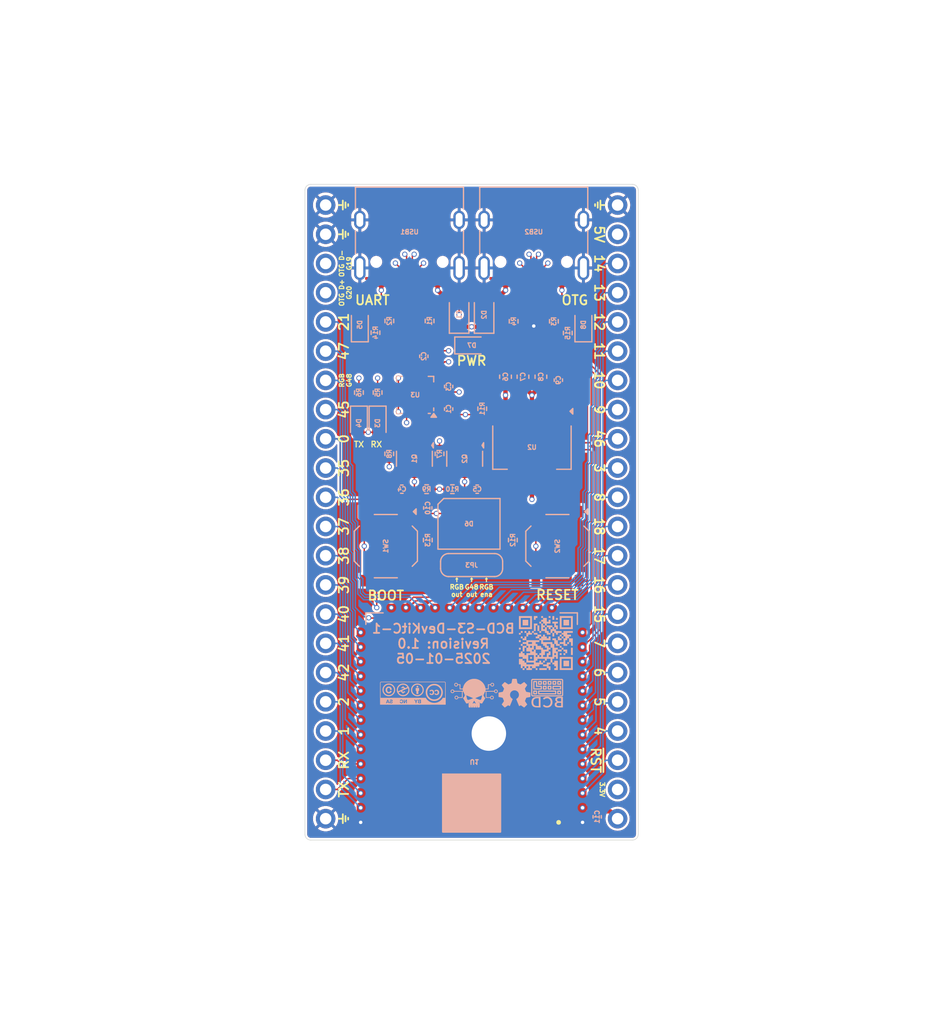
<source format=kicad_pcb>
(kicad_pcb (version 20240108) (generator "pcbnew") (generator_version "8.0")
  (title_block (title "BCD-S3-DevKitC-1") (date "2025-01-05") (rev "1.0") (company "Beaupré Circuit Design") (comment 1 "https://github.com/Beaupre-Circuit-Design"))
  (layers (0 "F.Cu" signal) (1 "In1.Cu" power) (2 "In2.Cu" power) (31 "B.Cu" signal) (34 "B.Paste" user) (35 "F.Paste" user) (36 "B.SilkS" user "B.Silkscreen") (37 "F.SilkS" user "F.Silkscreen") (38 "B.Mask" user) (39 "F.Mask" user) (44 "Edge.Cuts" user))
  (net 0 "")
  (net 1 "GND")
  (net 2 "+3.3V")
  (net 3 "Net-(U3-V^{3})")
  (net 4 "V^{USB}")
  (net 5 "+5V")
  (net 6 "/GPIO^{0}")
  (net 7 "/~{RESET}")
  (net 8 "Net-(D2-A)")
  (net 9 "/RX")
  (net 10 "/TX")
  (net 11 "Net-(D6-D^{in})")
  (net 12 "/GPIO^{11}")
  (net 13 "/GPIO^{18}")
  (net 14 "/GPIO^{46}")
  (net 15 "/GPIO^{8}")
  (net 16 "/GPIO^{5}")
  (net 17 "/GPIO^{7}")
  (net 18 "/GPIO^{17}")
  (net 19 "/GPIO^{14}")
  (net 20 "/GPIO^{15}")
  (net 21 "/GPIO^{3}")
  (net 22 "/GPIO^{6}")
  (net 23 "/GPIO^{13}")
  (net 24 "/GPIO^{10}")
  (net 25 "/GPIO^{12}")
  (net 26 "/GPIO^{4}")
  (net 27 "/GPIO^{16}")
  (net 28 "/GPIO^{9}")
  (net 29 "/GPIO^{21}")
  (net 30 "/GPIO^{38}")
  (net 31 "/GPIO^{45}")
  (net 32 "/GPIO^{47}")
  (net 33 "/GPIO^{42}")
  (net 34 "/GPIO^{1}")
  (net 35 "/GPIO^{37}")
  (net 36 "/GPIO^{35}")
  (net 37 "/GPIO^{40}")
  (net 38 "/GPIO^{36}")
  (net 39 "/GPIO^{39}")
  (net 40 "/GPIO^{2}")
  (net 41 "/GPIO^{41}")
  (net 42 "/GPIO^{48}")
  (net 43 "Net-(Q1-B)")
  (net 44 "/~{RTS}")
  (net 45 "Net-(Q2-B)")
  (net 46 "/~{DTR}")
  (net 47 "Net-(USB1-CC1)")
  (net 48 "Net-(USB1-CC2)")
  (net 49 "Net-(USB2-CC1)")
  (net 50 "Net-(USB2-CC2)")
  (net 54 "/UART_D-")
  (net 56 "/UART_D+")
  (net 62 "Net-(D3-K)")
  (net 63 "Net-(D4-K)")
  (net 64 "Net-(D7-A)")
  (net 65 "/OTG_D-")
  (net 66 "/OTG_D+")
  (net 67 "Net-(D6-D^{out})")
  (net 68 "/RGB^{PIN}")
  (net 69 "/RGB^{IN}")
  (net 70 "/RGB^{OUT}")
  (net 71 "Net-(D5-K)")
  (net 72 "Net-(D8-K)")
  (footprint "BCD-S3-DevKitC-1-N16R8V:C_0603_1608Metric" (layer "F.Cu") (at 149.8686 74.92245 90)
    (property "Reference" "C7")
    (property "Value" "10uF")
  )
  (footprint "BCD-S3-DevKitC-1-N16R8V:R_0402_1005Metric" (layer "F.Cu") (at 141.5857 89.12045 -90)
    (property "Reference" "R13")
    (property "Value" "510Ω")
  )
  (footprint "BCD-S3-DevKitC-1-N16R8V:C_0402_1005Metric" (layer "F.Cu") (at 139.3286 84.69645 180)
    (property "Reference" "C4")
    (property "Value" "100nF")
  )
  (footprint "BCD-S3-DevKitC-1-N16R8V:R_0402_1005Metric" (layer "F.Cu") (at 138.243333 70.0729 -90)
    (property "Reference" "R2")
    (property "Value" "5.1kΩ")
  )
  (footprint "BCD-S3-DevKitC-1-N16R8V:SW_Push_1P1T_XKB_TS-1187A" (layer "F.Cu") (at 152.865 89.65 -90)
    (property "Reference" "SW2")
    (property "Value" "RESET")
  )
  (footprint "BCD-S3-DevKitC-1-N16R8V:C_0402_1005Metric" (layer "F.Cu") (at 143.400833 77.73285 90)
    (property "Reference" "C1")
    (property "Value" "1uF")
  )
  (footprint "BCD-S3-DevKitC-1-N16R8V:R_0402_1005Metric" (layer "F.Cu") (at 141.743333 70.0729 -90)
    (property "Reference" "R1")
    (property "Value" "5.1kΩ")
  )
  (footprint "BCD-S3-DevKitC-1-N16R8V:LED_0603_1608Metric" (layer "F.Cu") (at 135.673333 70.40215 90)
    (property "Reference" "D5")
    (property "Value" "RED")
  )
  (footprint "BCD-S3-DevKitC-1-N16R8V:R_0402_1005Metric" (layer "F.Cu") (at 142.6091 81.62495 -90)
    (property "Reference" "R7")
    (property "Value" "10kΩ")
  )
  (footprint "BCD-S3-DevKitC-1-N16R8V:R_0402_1005Metric" (layer "F.Cu") (at 135.5956 76.29695 90)
    (property "Reference" "R6")
    (property "Value" "510Ω")
  )
  (footprint "BCD-S3-DevKitC-1-N16R8V:QFN-16-1EP_3x3mm_P0.5mm_EP1.7x1.7mm" (layer "F.Cu") (at 140.493333 76.50285 180)
    (property "Reference" "U3")
    (property "Value" "CH343P")
  )
  (footprint "BCD-S3-DevKitC-1-N16R8V:SOT-23" (layer "F.Cu") (at 140.42235 82.05245 -90)
    (property "Reference" "Q1")
    (property "Value" "SS8050")
  )
  (footprint "BCD-S3-DevKitC-1-N16R8V:SOT-23" (layer "F.Cu") (at 144.79585 82.05245 -90)
    (property "Reference" "Q2")
    (property "Value" "SS8050")
  )
  (footprint "BCD-S3-DevKitC-1-N16R8V:C_0402_1005Metric" (layer "F.Cu") (at 145.8846 84.69645)
    (property "Reference" "C5")
    (property "Value" "100nF")
  )
  (footprint "BCD-S3-DevKitC-1-N16R8V:R_0402_1005Metric" (layer "F.Cu") (at 149.056666 70.1029 -90)
    (property "Reference" "R4")
    (property "Value" "5.1kΩ")
  )
  (footprint "BCD-S3-DevKitC-1-N16R8V:LED_0603_1608Metric" (layer "F.Cu") (at 145.419999 72.2019)
    (property "Reference" "D7")
    (property "Value" "RED")
  )
  (footprint "BCD-S3-DevKitC-1-N16R8V:C_0603_1608Metric" (layer "F.Cu") (at 151.4286 74.92245 90)
    (property "Reference" "C8")
    (property "Value" "10uF")
  )
  (footprint "BCD-S3-DevKitC-1-N16R8V:C_0402_1005Metric" (layer "F.Cu") (at 143.400833 75.77285 90)
    (property "Reference" "C3")
    (property "Value" "1uF")
  )
  (footprint "BCD-S3-DevKitC-1-N16R8V:R_0402_1005Metric" (layer "F.Cu") (at 152.556666 70.1029 -90)
    (property "Reference" "R3")
    (property "Value" "5.1kΩ")
  )
  (footprint "BCD-S3-DevKitC-1-N16R8V:C_0402_1005Metric" (layer "F.Cu") (at 141.243333 73.14535 90)
    (property "Reference" "C2")
    (property "Value" "100nF")
  )
  (footprint "BCD-S3-DevKitC-1-N16R8V:C_0402_1005Metric" (layer "F.Cu") (at 156.325 113.18 -90)
    (property "Reference" "C11")
    (property "Value" "1uF")
  )
  (footprint "BCD-S3-DevKitC-1-N16R8V:LED_0603_1608Metric" (layer "F.Cu") (at 135.5956 78.96095 -90)
    (property "Reference" "D4")
    (property "Value" "RED")
  )
  (footprint "BCD-S3-DevKitC-1-N16R8V:C_0603_1608Metric" (layer "F.Cu") (at 148.3486 74.92245 90)
    (property "Reference" "C6")
    (property "Value" "10uF")
  )
  (footprint "BCD-S3-DevKitC-1-N16R8V:R_0402_1005Metric" (layer "F.Cu") (at 141.4861 84.69645)
    (property "Reference" "R9")
    (property "Value" "10kΩ")
  )
  (footprint "BCD-S3-DevKitC-1-N16R8V:D_SOD-323" (layer "F.Cu") (at 146.486665 69.5329 90)
    (property "Reference" "D2")
    (property "Value" "1N5819WS")
  )
  (footprint "BCD-S3-DevKitC-1-N16R8V:USB_C_Receptacle_HRO_TYPE-C-31-M-12" (layer "F.Cu") (at 150.806666 62.3368 180)
    (property "Reference" "USB2")
    (property "Value" "USB-OTG")
  )
  (footprint "BCD-S3-DevKitC-1-N16R8V:R_0402_1005Metric" (layer "F.Cu") (at 148.9857 89.12045 -90)
    (property "Reference" "R12")
    (property "Value" "510Ω")
  )
  (footprint "BCD-S3-DevKitC-1-N16R8V:R_0402_1005Metric" (layer "F.Cu") (at 143.7271 84.69645)
    (property "Reference" "R10")
    (property "Value" "10kΩ")
  )
  (footprint "BCD-S3-DevKitC-1-N16R8V:LED_0603_1608Metric" (layer "F.Cu") (at 137.2212 78.96095 -90)
    (property "Reference" "D3")
    (property "Value" "RED")
  )
  (footprint "BCD-S3-DevKitC-1-N16R8V:ESP32-S3-WROOM-1_HandSolder" (layer "F.Cu") (at 145.4 108.4 180)
    (property "Reference" "U1")
    (property "Value" "ESP32-S3-WROOM-1")
  )
  (footprint "BCD-S3-DevKitC-1-N16R8V:LED_0603_1608Metric" (layer "F.Cu") (at 155.126666 70.40215 90)
    (property "Reference" "D8")
    (property "Value" "RED")
  )
  (footprint "BCD-S3-DevKitC-1-N16R8V:R_0402_1005Metric" (layer "F.Cu") (at 138.2356 81.62495 -90)
    (property "Reference" "R8")
    (property "Value" "10kΩ")
  )
  (footprint "BCD-S3-DevKitC-1-N16R8V:SolderJumper-4_P1.3mm_Bridged12_34_RoundedPad1.0x1.5mm_1" (layer "F.Cu") (at 145.4 91.30728)
    (property "Reference" "JP3")
    (property "Value" "SolderJumper_4_Bridged12_34")
  )
  (footprint "BCD-S3-DevKitC-1-N16R8V:SOT-223-3_TabPin2" (layer "F.Cu") (at 150.6486 81.05645 -90)
    (property "Reference" "U2")
    (property "Value" "AMS1117-3.3")
  )
  (footprint "BCD-S3-DevKitC-1-N16R8V:C_0402_1005Metric" (layer "F.Cu") (at 141.5857 86.33045 -90)
    (property "Reference" "C10")
    (property "Value" "100nF")
  )
  (footprint "BCD-S3-DevKitC-1-N16R8V:USB_C_Receptacle_HRO_TYPE-C-31-M-12" (layer "F.Cu") (at 139.993333 62.3368 180)
    (property "Reference" "USB1")
    (property "Value" "UART")
  )
  (footprint "BCD-S3-DevKitC-1-N16R8V:R_0402_1005Metric" (layer "F.Cu") (at 153.764166 71.1229 90)
    (property "Reference" "R15")
    (property "Value" "510Ω")
  )
  (footprint "BCD-S3-DevKitC-1-N16R8V:R_0402_1005Metric" (layer "F.Cu") (at 137.035833 71.0929 90)
    (property "Reference" "R14")
    (property "Value" "510Ω")
  )
  (footprint "BCD-S3-DevKitC-1-N16R8V:D_SOD-323" (layer "F.Cu") (at 144.313333 69.5329 90)
    (property "Reference" "D1")
    (property "Value" "1N5819WS")
  )
  (footprint "BCD-S3-DevKitC-1-N16R8V:R_0402_1005Metric" (layer "F.Cu") (at 146.3246 77.70285 90)
    (property "Reference" "R11")
    (property "Value" "510Ω")
  )
  (footprint "BCD-S3-DevKitC-1-N16R8V:SK6812MINI-HS" (layer "F.Cu") (at 145.1714 87.71045)
    (property "Reference" "D6")
    (property "Value" "SK6812MINI-HS")
  )
  (footprint "BCD-S3-DevKitC-1-N16R8V:R_0402_1005Metric" (layer "F.Cu") (at 137.2212 76.29695 90)
    (property "Reference" "R5")
    (property "Value" "510Ω")
  )
  (footprint "BCD-S3-DevKitC-1-N16R8V:C_0402_1005Metric" (layer "F.Cu") (at 152.9486 75.21745 90)
    (property "Reference" "C9")
    (property "Value" "1uF")
  )
  (footprint "BCD-S3-DevKitC-1-N16R8V:SW_Push_1P1T_XKB_TS-1187A" (layer "F.Cu") (at 137.935 89.65 -90)
    (property "Reference" "SW1")
    (property "Value" "BOOT")
  )
  (footprint "BeaupreCircuitDesign:Skull_2.5mm" (layer "B.Cu") (at 145.623796 102.428982 180)
    (property "Reference" "G3" (hide yes))
    (property "Value" "Skull" (hide yes))
  )
  (footprint "BCD-S3-DevKitC-1-N16R8V:PinHeader_1x22_P2.54mm_Vertical" (layer "B.Cu") (at 132.7 113.34)
    (property "Reference" "J2" (hide yes))
    (property "Value" "Conn_01x22" (hide yes))
  )
  (footprint "BeaupreCircuitDesign:BDC_QR_2.5mm" (layer "B.Cu") (at 151.852942 98.078 180)
    (property "Reference" "G2" (hide yes))
    (property "Value" "BDC_QR" (hide yes))
  )
  (footprint "BCD-S3-DevKitC-1-N16R8V:PinHeader_1x22_P2.54mm_Vertical" (layer "B.Cu") (at 158.1 113.34)
    (property "Reference" "J1" (hide yes))
    (property "Value" "Conn_01x22" (hide yes))
  )
  (footprint "Creative_Common:cc-by-nc-sa_2.5mm" (layer "B.Cu") (at 140.289795 102.430993 180)
    (property "Reference" "G5" (hide yes))
    (property "Value" "CC-BY-NC-SA" (hide yes))
  )
  (footprint "BeaupreCircuitDesign:Open_Source_Hardware_2.5mm" (layer "B.Cu") (at 149.128996 102.428316 180)
    (property "Reference" "G4" (hide yes))
    (property "Value" "OpenSource_Hardware" (hide yes))
  )
  (footprint "BeaupreCircuitDesign:BCD_Logo_2.5mm" (layer "B.Cu") (at 151.973795 102.430248 180)
    (property "Reference" "G1" (hide yes))
    (property "Value" "BCD_Logo" (hide yes))
  )
  (gr_rect (start 142.9 109.4864) (end 147.9 114.4864) (stroke (width 0.1524)) (fill solid) (layer "B.SilkS"))
  (gr_line (start 130.9 58.708) (end 130.9 114.692) (stroke (width 0.05)) (layer "Edge.Cuts"))
  (gr_arc (start 159.9 114.692) (mid 159.75121 115.05121) (end 159.392 115.2) (stroke (width 0.05)) (layer "Edge.Cuts"))
  (gr_line (start 159.392 58.2) (end 131.408 58.2) (stroke (width 0.05)) (layer "Edge.Cuts"))
  (gr_line (start 159.392 115.2) (end 131.408 115.2) (stroke (width 0.05)) (layer "Edge.Cuts"))
  (gr_arc (start 159.392 58.2) (mid 159.75121 58.34879) (end 159.9 58.708) (stroke (width 0.05)) (layer "Edge.Cuts"))
  (gr_arc (start 130.9 58.708) (mid 131.04879 58.34879) (end 131.408 58.2) (stroke (width 0.05)) (layer "Edge.Cuts"))
  (gr_arc (start 131.408 115.2) (mid 131.04879 115.05121) (end 130.9 114.692) (stroke (width 0.05)) (layer "Edge.Cuts"))
  (gr_line (start 159.9 114.692) (end 159.9 58.708) (stroke (width 0.05)) (layer "Edge.Cuts"))
  (gr_text "${TITLE}\nRevision: ${REVISION}\n${ISSUE_DATE}" (at 142.935983 99.912625 0) (layer "B.SilkS") (effects (font (size 0.8128 0.8128) (thickness 0.1524) (bold yes)) (justify bottom mirror)))
  (gr_text "9" (at 156.9841 77.78 270) (layer "F.SilkS") (effects (font (size 0.8128 0.8128) (thickness 0.1524) (bold yes)) (justify top)))
  (gr_text "5V" (at 156.9841 62.54 270) (layer "F.SilkS") (effects (font (size 0.8128 0.8128) (thickness 0.1524) (bold yes)) (justify top)))
  (gr_text "0" (at 133.8159 80.320001 90) (layer "F.SilkS") (effects (font (size 0.8128 0.8128) (thickness 0.1524) (bold yes)) (justify top)))
  (gr_text "OTG" (at 155.626666 68.268775 0) (layer "F.SilkS") (effects (font (size 0.8128 0.8128) (thickness 0.1524) (bold yes)) (justify right)))
  (gr_text "⏚" (at 133.8159 113.34 90) (layer "F.SilkS") (effects (font (size 0.8128 0.8128) (thickness 0.1524) (bold yes)) (justify top)))
  (gr_text "⏚" (at 133.8159 62.54 90) (layer "F.SilkS") (effects (font (size 0.8128 0.8128) (thickness 0.1524) (bold yes)) (justify top)))
  (gr_text "6" (at 156.9841 100.64 270) (layer "F.SilkS") (effects (font (size 0.8128 0.8128) (thickness 0.1524) (bold yes)) (justify top)))
  (gr_text "RX" (at 137.108105 80.8026 0) (layer "F.SilkS") (effects (font (size 0.5 0.5) (thickness 0.1) (bold yes))))
  (gr_text "OTG D-\nG19" (at 133.869 65.08 90) (layer "F.SilkS") (effects (font (size 0.4 0.4) (thickness 0.1) (bold yes)) (justify top)))
  (gr_text "1" (at 133.8159 105.720001 90) (layer "F.SilkS") (effects (font (size 0.8128 0.8128) (thickness 0.1524) (bold yes)) (justify top)))
  (gr_text "35" (at 133.8159 82.86 90) (layer "F.SilkS") (effects (font (size 0.8128 0.8128) (thickness 0.1524) (bold yes)) (justify top)))
  (gr_text "42" (at 133.8159 100.64 90) (layer "F.SilkS") (effects (font (size 0.8128 0.8128) (thickness 0.1524) (bold yes)) (justify top)))
  (gr_text "15" (at 156.9841 95.56 270) (layer "F.SilkS") (effects (font (size 0.8128 0.8128) (thickness 0.1524) (bold yes)) (justify top)))
  (gr_text "5" (at 156.9841 103.18 270) (layer "F.SilkS") (effects (font (size 0.8128 0.8128) (thickness 0.1524) (bold yes)) (justify top)))
  (gr_text "40" (at 133.8159 95.56 90) (layer "F.SilkS") (effects (font (size 0.8128 0.8128) (thickness 0.1524) (bold yes)) (justify top)))
  (gr_text "UART" (at 135.173333 68.268775 0) (layer "F.SilkS") (effects (font (size 0.8128 0.8128) (thickness 0.1524) (bold yes)) (justify left)))
  (gr_text "TX" (at 135.5956 80.8026 0) (layer "F.SilkS") (effects (font (size 0.5 0.5) (thickness 0.1) (bold yes))))
  (gr_text "37" (at 133.8159 87.94 90) (layer "F.SilkS") (effects (font (size 0.8128 0.8128) (thickness 0.1524) (bold yes)) (justify top)))
  (gr_text "45" (at 133.8159 77.78 90) (layer "F.SilkS") (effects (font (size 0.8128 0.8128) (thickness 0.1524) (bold yes)) (justify top)))
  (gr_text "↑\nRGB\nout" (at 144.1125 92.32628 0) (layer "F.SilkS") (effects (font (size 0.4 0.4) (thickness 0.1) (bold yes)) (justify top)))
  (gr_text "RX" (at 133.8159 108.260001 90) (layer "F.SilkS") (effects (font (size 0.8128 0.8128) (thickness 0.1524) (bold yes)) (justify top)))
  (gr_text "4" (at 156.9841 105.72 270) (layer "F.SilkS") (effects (font (size 0.8128 0.8128) (thickness 0.1524) (bold yes)) (justify top)))
  (gr_text "11" (at 156.9841 72.7 270) (layer "F.SilkS") (effects (font (size 0.8128 0.8128) (thickness 0.1524) (bold yes)) (justify top)))
  (gr_text "↑\nRGB\nena" (at 146.6875 92.32628 0) (layer "F.SilkS") (effects (font (size 0.4 0.4) (thickness 0.1) (bold yes)) (justify top)))
  (gr_text "RGB\nG48" (at 133.869 75.24 90) (layer "F.SilkS") (effects (font (size 0.4 0.4) (thickness 0.1) (bold yes)) (justify top)))
  (gr_text "18" (at 156.9841 87.94 270) (layer "F.SilkS") (effects (font (size 0.8128 0.8128) (thickness 0.1524) (bold yes)) (justify top)))
  (gr_text "39" (at 133.8159 93.02 90) (layer "F.SilkS") (effects (font (size 0.8128 0.8128) (thickness 0.1524) (bold yes)) (justify top)))
  (gr_text "16" (at 156.9841 93.02 270) (layer "F.SilkS") (effects (font (size 0.8128 0.8128) (thickness 0.1524) (bold yes)) (justify top)))
  (gr_text "⏚" (at 133.8159 60 90) (layer "F.SilkS") (effects (font (size 0.8128 0.8128) (thickness 0.1524) (bold yes)) (justify top)))
  (gr_text "↑\nG48\nout" (at 145.4 92.32628 0) (layer "F.SilkS") (effects (font (size 0.4 0.4) (thickness 0.1) (bold yes)) (justify top)))
  (gr_text "38" (at 133.8159 90.48 90) (layer "F.SilkS") (effects (font (size 0.8128 0.8128) (thickness 0.1524) (bold yes)) (justify top)))
  (gr_text "BOOT" (at 137.935 93.94295 0) (layer "F.SilkS") (effects (font (size 0.8128 0.8128) (thickness 0.1524) (bold yes))))
  (gr_text "PWR" (at 145.399999 73.5382 0) (layer "F.SilkS") (effects (font (size 0.8128 0.8128) (thickness 0.1524) (bold yes))))
  (gr_text "8" (at 156.9841 85.4 270) (layer "F.SilkS") (effects (font (size 0.8128 0.8128) (thickness 0.1524) (bold yes)) (justify top)))
  (gr_text "10" (at 156.9841 75.24 270) (layer "F.SilkS") (effects (font (size 0.8128 0.8128) (thickness 0.1524) (bold yes)) (justify top)))
  (gr_text "⏚" (at 156.9841 60 270) (layer "F.SilkS") (effects (font (size 0.8128 0.8128) (thickness 0.1524) (bold yes)) (justify top)))
  (gr_text "17" (at 156.9841 90.48 270) (layer "F.SilkS") (effects (font (size 0.8128 0.8128) (thickness 0.1524) (bold yes)) (justify top)))
  (gr_text "OTG D+\nG20" (at 133.869 67.62 90) (layer "F.SilkS") (effects (font (size 0.4 0.4) (thickness 0.1) (bold yes)) (justify top)))
  (gr_text "41" (at 133.8159 98.1 90) (layer "F.SilkS") (effects (font (size 0.8128 0.8128) (thickness 0.1524) (bold yes)) (justify top)))
  (gr_text "TX" (at 133.8159 110.800001 90) (layer "F.SilkS") (effects (font (size 0.8128 0.8128) (thickness 0.1524) (bold yes)) (justify top)))
  (gr_text "7" (at 156.9841 98.1 270) (layer "F.SilkS") (effects (font (size 0.8128 0.8128) (thickness 0.1524) (bold yes)) (justify top)))
  (gr_text "36" (at 133.8159 85.4 90) (layer "F.SilkS") (effects (font (size 0.8128 0.8128) (thickness 0.1524) (bold yes)) (justify top)))
  (gr_text "21" (at 133.8159 70.16 90) (layer "F.SilkS") (effects (font (size 0.8128 0.8128) (thickness 0.1524) (bold yes)) (justify top)))
  (gr_text "13" (at 156.9841 67.62 270) (layer "F.SilkS") (effects (font (size 0.8128 0.8128) (thickness 0.1524) (bold yes)) (justify top)))
  (gr_text "2" (at 133.8159 103.180001 90) (layer "F.SilkS") (effects (font (size 0.8128 0.8128) (thickness 0.1524) (bold yes)) (justify top)))
  (gr_text "RESET" (at 152.865 93.4159 0) (layer "F.SilkS") (effects (font (size 0.8128 0.8128) (thickness 0.1524) (bold yes)) (justify top)))
  (gr_text "~{RST}" (at 155.718334 108.26 270) (layer "F.SilkS") (effects (font (size 0.8128 0.8128) (thickness 0.1524) (bold yes)) (justify bottom)))
  (gr_text "46" (at 156.9841 80.32 270) (layer "F.SilkS") (effects (font (size 0.8128 0.8128) (thickness 0.1524) (bold yes)) (justify top)))
  (gr_text "3" (at 156.9841 82.86 270) (layer "F.SilkS") (effects (font (size 0.8128 0.8128) (thickness 0.1524) (bold yes)) (justify top)))
  (gr_text "12" (at 156.9841 70.16 270) (layer "F.SilkS") (effects (font (size 0.8128 0.8128) (thickness 0.1524) (bold yes)) (justify top)))
  (gr_text "3.3V" (at 156.5252 110.8 270) (layer "F.SilkS") (effects (font (size 0.4 0.4) (thickness 0.1) (bold yes)) (justify bottom)))
  (gr_text "47" (at 133.8159 72.7 90) (layer "F.SilkS") (effects (font (size 0.8128 0.8128) (thickness 0.1524) (bold yes)) (justify top)))
  (gr_text "14" (at 156.9841 65.08 270) (layer "F.SilkS") (effects (font (size 0.8128 0.8128) (thickness 0.1524) (bold yes)) (justify top)))
  (via (at 150.806666 70.5156) (size 0.45) (drill 0.3) (layers "F.Cu" "B.Cu") (net 1))
  (segment (start 142.30225 78.21285) (end 141.955833 77.866433) (width 0.127) (layer "F.Cu") (net 2))
  (segment (start 135.5956 79.74845) (end 136.408399 79.74845) (width 0.127) (layer "F.Cu") (net 2))
  (segment (start 141.955833 77.866433) (end 141.955833 77.25285) (width 0.127) (layer "F.Cu") (net 2))
  (segment (start 144.8666 78.21285) (end 143.400833 78.21285) (width 0.127) (layer "F.Cu") (net 2))
  (segment (start 142.333549 86.81045) (end 143.5214 86.81045) (width 0.127) (layer "F.Cu") (net 2))
  (segment (start 158.1 113.34) (end 157.46 112.7) (width 0.381) (layer "F.Cu") (net 2))
  (segment (start 137.2212 79.74845) (end 136.408399 79.74845) (width 0.127) (layer "F.Cu") (net 2))
  (segment (start 150.6486 76.47745) (end 149.8686 75.69745) (width 0.381) (layer "F.Cu") (net 2))
  (segment (start 150.6486 84.20645) (end 150.6486 85.585951) (width 0.381) (layer "F.Cu") (net 2))
  (segment (start 142.606599 84.69645) (end 143.2171 84.69645) (width 0.127) (layer "F.Cu") (net 2))
  (segment (start 151.4286 75.69745) (end 152.9486 75.69745) (width 0.381) (layer "F.Cu") (net 2))
  (segment (start 146.3246 78.21285) (end 144.8666 78.21285) (width 0.127) (layer "F.Cu") (net 2))
  (segment (start 150.6486 77.90645) (end 150.6486 76.47745) (width 0.381) (layer "F.Cu") (net 2))
  (segment (start 155.052 112.39) (end 155.758 112.39) (width 0.381) (layer "F.Cu") (net 2))
  (segment (start 155.758 112.39) (end 156.068 112.7) (width 0.381) (layer "F.Cu") (net 2))
  (segment (start 151.4286 75.69745) (end 150.6486 76.47745) (width 0.381) (layer "F.Cu") (net 2))
  (segment (start 141.5857 86.81045) (end 142.333549 86.81045) (width 0.127) (layer "F.Cu") (net 2))
  (segment (start 157.46 112.7) (end 156.068 112.7) (width 0.381) (layer "F.Cu") (net 2))
  (segment (start 141.9961 84.69645) (end 142.606599 84.69645) (width 0.127) (layer "F.Cu") (net 2))
  (segment (start 143.400833 78.21285) (end 142.30225 78.21285) (width 0.127) (layer "F.Cu") (net 2))
  (via (at 136.408399 79.74845) (size 0.45) (drill 0.3) (layers "F.Cu" "B.Cu") (net 2))
  (via (at 150.6486 76.526949) (size 0.45) (drill 0.3) (layers "F.Cu" "B.Cu") (net 2))
  (via (at 144.857716 78.21285) (size 0.45) (drill 0.3) (layers "F.Cu" "B.Cu") (net 2))
  (via (at 142.606599 84.69645) (size 0.45) (drill 0.3) (layers "F.Cu" "B.Cu") (net 2))
  (via (at 142.333549 86.81045) (size 0.45) (drill 0.3) (layers "F.Cu" "B.Cu") (net 2))
  (via (at 150.6486 85.585951) (size 0.45) (drill 0.3) (layers "F.Cu" "B.Cu") (net 2))
  (segment (start 141.243333 73.961067) (end 141.243333 73.62535) (width 0.127) (layer "F.Cu") (net 3))
  (segment (start 140.743333 74.461067) (end 141.243333 73.961067) (width 0.127) (layer "F.Cu") (net 3))
  (segment (start 140.743333 75.04035) (end 140.743333 74.461067) (width 0.127) (layer "F.Cu") (net 3))
  (segment (start 137.543333 67.4064) (end 137.543333 66.3904) (width 0.381) (layer "F.Cu") (net 4))
  (segment (start 142.443333 66.3904) (end 142.443333 67.4064) (width 0.381) (layer "F.Cu") (net 4))
  (segment (start 136.67435 69.61465) (end 135.968333 69.61465) (width 0.127) (layer "F.Cu") (net 4))
  (segment (start 144.313333 76.25285) (end 143.400833 76.25285) (width 0.127) (layer "F.Cu") (net 4))
  (segment (start 137.543333 68.745667) (end 136.67435 69.61465) (width 0.127) (layer "F.Cu") (net 4))
  (segment (start 143.519833 68.4829) (end 142.443333 67.4064) (width 0.381) (layer "F.Cu") (net 4))
  (segment (start 137.543333 67.4064) (end 137.543333 68.745667) (width 0.127) (layer "F.Cu") (net 4))
  (segment (start 139.030833 75.04035) (end 139.030833 75.75285) (width 0.127) (layer "F.Cu") (net 4))
  (segment (start 141.955833 76.25285) (end 143.400833 76.25285) (width 0.127) (layer "F.Cu") (net 4))
  (segment (start 144.313333 68.4829) (end 143.519833 68.4829) (width 0.381) (layer "F.Cu") (net 4))
  (segment (start 144.313333 69.532899) (end 144.313333 68.4829) (width 0.127) (layer "F.Cu") (net 4))
  (via (at 137.543333 67.4064) (size 0.45) (drill 0.3) (layers "F.Cu" "B.Cu") (net 4))
  (via (at 144.313333 69.532899) (size 0.45) (drill 0.3) (layers "F.Cu" "B.Cu") (net 4))
  (via (at 142.443333 67.4064) (size 0.45) (drill 0.3) (layers "F.Cu" "B.Cu") (net 4))
  (via (at 139.030833 75.04035) (size 0.45) (drill 0.3) (layers "F.Cu" "B.Cu") (net 4))
  (via (at 144.313333 76.25285) (size 0.45) (drill 0.3) (layers "F.Cu" "B.Cu") (net 4))
  (segment (start 146.486666 70.5829) (end 145.4 70.5829) (width 0.381) (layer "F.Cu") (net 5))
  (segment (start 148.3486 76.526949) (end 148.3486 75.69745) (width 0.381) (layer "F.Cu") (net 5))
  (segment (start 145.4 70.5829) (end 144.313333 70.5829) (width 0.381) (layer "F.Cu") (net 5))
  (segment (start 148.3486 77.90645) (end 148.3486 76.526949) (width 0.381) (layer "F.Cu") (net 5))
  (via (at 145.399998 70.5829) (size 0.45) (drill 0.3) (layers "F.Cu" "B.Cu") (net 5))
  (via (at 148.3486 76.526949) (size 0.45) (drill 0.3) (layers "F.Cu" "B.Cu") (net 5))
  (segment (start 139.8586 84.69645) (end 140.236451 84.69645) (width 0.127) (layer "F.Cu") (net 6))
  (segment (start 140.42235 82.98995) (end 140.42235 84.0064) (width 0.127) (layer "F.Cu") (net 6))
  (segment (start 135.806 85.578224) (end 134.201108 85.578224) (width 0.127) (layer "F.Cu") (net 6))
  (segment (start 136.06 86.65) (end 136.06 85.832224) (width 0.127) (layer "F.Cu") (net 6))
  (segment (start 140.42235 84.0064) (end 140.42235 84.510551) (width 0.127) (layer "F.Cu") (net 6))
  (segment (start 140.9761 84.69645) (end 140.608249 84.69645) (width 0.127) (layer "F.Cu") (net 6))
  (segment (start 134.201108 85.578224) (end 133.97 85.347116) (width 0.127) (layer "F.Cu") (net 6))
  (segment (start 136.06 85.832224) (end 135.806 85.578224) (width 0.127) (layer "F.Cu") (net 6))
  (segment (start 133.716 80.32) (end 132.7 80.32) (width 0.127) (layer "F.Cu") (net 6))
  (segment (start 136.06 92.65) (end 136.06 86.65) (width 0.127) (layer "F.Cu") (net 6))
  (segment (start 133.97 85.347116) (end 133.97 80.574) (width 0.127) (layer "F.Cu") (net 6))
  (segment (start 140.236451 84.69645) (end 140.42235 84.510551) (width 0.127) (layer "F.Cu") (net 6))
  (segment (start 133.97 80.574) (end 133.716 80.32) (width 0.127) (layer "F.Cu") (net 6))
  (segment (start 140.608249 84.69645) (end 140.42235 84.510551) (width 0.127) (layer "F.Cu") (net 6))
  (via (at 136.06 89.649999) (size 0.45) (drill 0.3) (layers "F.Cu" "B.Cu") (net 6))
  (via (at 140.42235 84.051949) (size 0.45) (drill 0.3) (layers "F.Cu" "B.Cu") (net 6))
  (segment (start 135.272 95.274696) (end 135.272 96.674) (width 0.127) (layer "B.Cu") (net 6))
  (segment (start 134.187 83.024116) (end 134.187 85.257232) (width 0.127) (layer "B.Cu") (net 6))
  (segment (start 134.621 87.924348) (end 134.621 90.157464) (width 0.127) (layer "B.Cu") (net 6))
  (segment (start 134.838 92.60758) (end 135.0666 92.83618) (width 0.127) (layer "B.Cu") (net 6))
  (segment (start 134.404 87.707348) (end 134.621 87.924348) (width 0.127) (layer "B.Cu") (net 6))
  (segment (start 135.0666 95.069296) (end 135.272 95.274696) (width 0.127) (layer "B.Cu") (net 6))
  (segment (start 134.621 90.157464) (end 134.838 90.374464) (width 0.127) (layer "B.Cu") (net 6))
  (segment (start 132.7 80.32) (end 133.716 80.32) (width 0.127) (layer "B.Cu") (net 6))
  (segment (start 134.404 85.474232) (end 134.404 87.707348) (width 0.127) (layer "B.Cu") (net 6))
  (segment (start 133.97 80.574) (end 133.97 82.807116) (width 0.127) (layer "B.Cu") (net 6))
  (segment (start 133.716 80.32) (end 133.97 80.574) (width 0.127) (layer "B.Cu") (net 6))
  (segment (start 135.272 96.674) (end 135.748 97.15) (width 0.127) (layer "B.Cu") (net 6))
  (segment (start 135.0666 92.83618) (end 135.0666 95.069296) (width 0.127) (layer "B.Cu") (net 6))
  (segment (start 134.187 85.257232) (end 134.404 85.474232) (width 0.127) (layer "B.Cu") (net 6))
  (segment (start 134.838 90.374464) (end 134.838 92.60758) (width 0.127) (layer "B.Cu") (net 6))
  (segment (start 133.97 82.807116) (end 134.187 83.024116) (width 0.127) (layer "B.Cu") (net 6))
  (segment (start 144.976748 84.69645) (end 144.790849 84.510551) (width 0.127) (layer "F.Cu") (net 7))
  (segment (start 144.79585 82.98995) (end 144.79585 84.046948) (width 0.127) (layer "F.Cu") (net 7))
  (segment (start 150.99 92.65) (end 150.99 86.65) (width 0.127) (layer "F.Cu") (net 7))
  (segment (start 144.79585 84.046948) (end 144.790849 84.051949) (width 0.127) (layer "F.Cu") (net 7))
  (segment (start 145.4046 84.69645) (end 144.976748 84.69645) (width 0.127) (layer "F.Cu") (net 7))
  (segment (start 144.790849 84.051949) (end 144.790849 84.510551) (width 0.127) (layer "F.Cu") (net 7))
  (segment (start 144.790849 84.510551) (end 144.60495 84.69645) (width 0.127) (layer "F.Cu") (net 7))
  (segment (start 144.60495 84.69645) (end 144.2371 84.69645) (width 0.127) (layer "F.Cu") (net 7))
  (via (at 150.99 89.65) (size 0.45) (drill 0.3) (layers "F.Cu" "B.Cu") (net 7))
  (via (at 144.790849 84.051949) (size 0.45) (drill 0.3) (layers "F.Cu" "B.Cu") (net 7))
  (segment (start 155.052 111.12) (end 156.83 109.342) (width 0.127) (layer "B.Cu") (net 7))
  (segment (start 157.084 108.26) (end 158.1 108.26) (width 0.127) (layer "B.Cu") (net 7))
  (segment (start 156.83 109.342) (end 156.83 108.514) (width 0.127) (layer "B.Cu") (net 7))
  (segment (start 156.83 108.514) (end 157.084 108.26) (width 0.127) (layer "B.Cu") (net 7))
  (segment (start 153.256666 66.3818) (end 153.256666 67.4064) (width 0.381) (layer "F.Cu") (net 8))
  (segment (start 147.280166 68.4829) (end 148.356666 67.4064) (width 0.381) (layer "F.Cu") (net 8))
  (segment (start 153.256666 68.720266) (end 153.256666 67.4064) (width 0.127) (layer "F.Cu") (net 8))
  (segment (start 155.126666 69.61465) (end 154.15105 69.61465) (width 0.127) (layer "F.Cu") (net 8))
  (segment (start 148.356666 66.3818) (end 148.356666 67.4064) (width 0.381) (layer "F.Cu") (net 8))
  (segment (start 146.486665 68.4829) (end 147.280166 68.4829) (width 0.381) (layer "F.Cu") (net 8))
  (segment (start 154.15105 69.61465) (end 153.256666 68.720266) (width 0.127) (layer "F.Cu") (net 8))
  (via (at 153.256666 67.4064) (size 0.45) (drill 0.3) (layers "F.Cu" "B.Cu") (net 8))
  (via (at 148.356666 67.4064) (size 0.45) (drill 0.3) (layers "F.Cu" "B.Cu") (net 8))
  (segment (start 132.7 108.26) (end 133.716 108.26) (width 0.127) (layer "F.Cu") (net 9))
  (segment (start 142.8092 73.8684) (end 143.05225 73.62535) (width 0.127) (layer "F.Cu") (net 9))
  (segment (start 141.955833 75.255167) (end 142.8092 74.4018) (width 0.127) (layer "F.Cu") (net 9))
  (segment (start 141.955833 75.75285) (end 141.955833 75.255167) (width 0.127) (layer "F.Cu") (net 9))
  (segment (start 135.748 108.58) (end 134.036 108.58) (width 0.127) (layer "F.Cu") (net 9))
  (segment (start 134.036 108.58) (end 133.716 108.26) (width 0.127) (layer "F.Cu") (net 9))
  (segment (start 142.8092 74.4018) (end 142.8092 73.8684) (width 0.127) (layer "F.Cu") (net 9))
  (segment (start 137.2212 75.78695) (end 137.2212 75.039949) (width 0.127) (layer "F.Cu") (net 9))
  (segment (start 143.05225 73.62535) (end 143.400833 73.62535) (width 0.127) (layer "F.Cu") (net 9))
  (via (at 143.400833 73.62535) (size 0.45) (drill 0.3) (layers "F.Cu" "B.Cu") (net 9))
  (via (at 137.2212 75.039949) (size 0.45) (drill 0.3) (layers "F.Cu" "B.Cu") (net 9))
  (segment (start 141.243333 75.04035) (end 142.1742 74.109483) (width 0.127) (layer "F.Cu") (net 10))
  (segment (start 142.1742 74.109483) (end 142.1742 73.296782) (width 0.127) (layer "F.Cu") (net 10))
  (segment (start 142.805632 72.66535) (end 143.400833 72.66535) (width 0.127) (layer "F.Cu") (net 10))
  (segment (start 134.666 109.85) (end 133.716 110.8) (width 0.127) (layer "F.Cu") (net 10))
  (segment (start 135.748 109.85) (end 134.666 109.85) (width 0.127) (layer "F.Cu") (net 10))
  (segment (start 133.716 110.8) (end 132.7 110.8) (width 0.127) (layer "F.Cu") (net 10))
  (segment (start 142.1742 73.296782) (end 142.805632 72.66535) (width 0.127) (layer "F.Cu") (net 10))
  (segment (start 135.5956 75.78695) (end 135.5956 75.039949) (width 0.127) (layer "F.Cu") (net 10))
  (via (at 143.400833 72.66535) (size 0.45) (drill 0.3) (layers "F.Cu" "B.Cu") (net 10))
  (via (at 135.5956 75.039949) (size 0.45) (drill 0.3) (layers "F.Cu" "B.Cu") (net 10))
  (segment (start 148.69005 86.81045) (end 146.8214 86.81045) (width 0.127) (layer "F.Cu") (net 11))
  (segment (start 148.9857 87.1061) (end 148.69005 86.81045) (width 0.127) (layer "F.Cu") (net 11))
  (segment (start 148.9857 88.61045) (end 148.9857 87.1061) (width 0.127) (layer "F.Cu") (net 11))
  (segment (start 155.528 89.887812) (end 155.311 90.104812) (width 0.127) (layer "B.Cu") (net 12))
  (segment (start 155.311 92.337928) (end 154.213128 93.4358) (width 0.127) (layer "B.Cu") (net 12))
  (segment (start 157.084 72.7) (end 156.83 72.954) (width 0.127) (layer "B.Cu") (net 12))
  (segment (start 156.179 80.304348) (end 156.179 82.537464) (width 0.127) (layer "B.Cu") (net 12))
  (segment (start 154.213128 93.4358) (end 148.8672 93.4358) (width 0.127) (layer "B.Cu") (net 12))
  (segment (start 155.528 87.654696) (end 155.528 89.887812) (width 0.127) (layer "B.Cu") (net 12))
  (segment (start 158.1 72.7) (end 157.084 72.7) (width 0.127) (layer "B.Cu") (net 12))
  (segment (start 156.613 75.404116) (end 156.613 77.637232) (width 0.127) (layer "B.Cu") (net 12))
  (segment (start 155.962 82.754464) (end 155.962 84.98758) (width 0.127) (layer "B.Cu") (net 12))
  (segment (start 156.613 77.637232) (end 156.396 77.854232) (width 0.127) (layer "B.Cu") (net 12))
  (segment (start 155.311 90.104812) (end 155.311 92.337928) (width 0.127) (layer "B.Cu") (net 12))
  (segment (start 155.962 84.98758) (end 155.7378 85.21178) (width 0.127) (layer "B.Cu") (net 12))
  (segment (start 156.396 80.087348) (end 156.179 80.304348) (width 0.127) (layer "B.Cu") (net 12))
  (segment (start 156.83 75.187116) (end 156.613 75.404116) (width 0.127) (layer "B.Cu") (net 12))
  (segment (start 148.8672 93.4358) (end 147.305 94.998) (width 0.127) (layer "B.Cu") (net 12))
  (segment (start 155.7378 87.444896) (end 155.528 87.654696) (width 0.127) (layer "B.Cu") (net 12))
  (segment (start 156.179 82.537464) (end 155.962 82.754464) (width 0.127) (layer "B.Cu") (net 12))
  (segment (start 156.396 77.854232) (end 156.396 80.087348) (width 0.127) (layer "B.Cu") (net 12))
  (segment (start 155.7378 85.21178) (end 155.7378 87.444896) (width 0.127) (layer "B.Cu") (net 12))
  (segment (start 156.83 72.954) (end 156.83 75.187116) (width 0.127) (layer "B.Cu") (net 12))
  (segment (start 156.396 95.327348) (end 156.179 95.544348) (width 0.127) (layer "B.Cu") (net 13))
  (segment (start 156.179 97.777464) (end 155.962 97.994464) (width 0.127) (layer "B.Cu") (net 13))
  (segment (start 156.83 90.427116) (end 156.613 90.644116) (width 0.127) (layer "B.Cu") (net 13))
  (segment (start 156.613 90.644116) (end 156.613 92.877232) (width 0.127) (layer "B.Cu") (net 13))
  (segment (start 156.613 92.877232) (end 156.396 93.094232) (width 0.127) (layer "B.Cu") (net 13))
  (segment (start 156.396 93.094232) (end 156.396 95.327348) (width 0.127) (layer "B.Cu") (net 13))
  (segment (start 157.084 87.94) (end 156.83 88.194) (width 0.127) (layer "B.Cu") (net 13))
  (segment (start 158.1 87.94) (end 157.084 87.94) (width 0.127) (layer "B.Cu") (net 13))
  (segment (start 156.83 88.194) (end 156.83 90.427116) (width 0.127) (layer "B.Cu") (net 13))
  (segment (start 156.179 95.544348) (end 156.179 97.777464) (width 0.127) (layer "B.Cu") (net 13))
  (segment (start 155.962 97.994464) (end 155.962 100.05) (width 0.127) (layer "B.Cu") (net 13))
  (segment (start 155.962 100.05) (end 155.052 100.96) (width 0.127) (layer "B.Cu") (net 13))
  (segment (start 155.962 90.374464) (end 155.962 92.60758) (width 0.127) (layer "B.Cu") (net 14))
  (segment (start 156.179 87.924348) (end 156.179 90.157464) (width 0.127) (layer "B.Cu") (net 14))
  (segment (start 155.962 92.60758) (end 154.48278 94.0868) (width 0.127) (layer "B.Cu") (net 14))
  (segment (start 157.084 80.32) (end 156.83 80.574) (width 0.127) (layer "B.Cu") (net 14))
  (segment (start 156.83 80.574) (end 156.83 82.807116) (width 0.127) (layer "B.Cu") (net 14))
  (segment (start 156.613 83.024116) (end 156.613 85.257232) (width 0.127) (layer "B.Cu") (net 14))
  (segment (start 156.396 87.707348) (end 156.179 87.924348) (width 0.127) (layer "B.Cu") (net 14))
  (segment (start 156.613 85.257232) (end 156.396 85.474232) (width 0.127) (layer "B.Cu") (net 14))
  (segment (start 156.179 90.157464) (end 155.962 90.374464) (width 0.127) (layer "B.Cu") (net 14))
  (segment (start 152.0262 94.0868) (end 151.115 94.998) (width 0.127) (layer "B.Cu") (net 14))
  (segment (start 156.396 85.474232) (end 156.396 87.707348) (width 0.127) (layer "B.Cu") (net 14))
  (segment (start 158.1 80.32) (end 157.084 80.32) (width 0.127) (layer "B.Cu") (net 14))
  (segment (start 156.83 82.807116) (end 156.613 83.024116) (width 0.127) (layer "B.Cu") (net 14))
  (segment (start 154.48278 94.0868) (end 152.0262 94.0868) (width 0.127) (layer "B.Cu") (net 14))
  (segment (start 155.962 97.68758) (end 155.745 97.90458) (width 0.127) (layer "B.Cu") (net 15))
  (segment (start 157.084 85.4) (end 156.83 85.654) (width 0.127) (layer "B.Cu") (net 15))
  (segment (start 156.83 87.887116) (end 156.613 88.104116) (width 0.127) (layer "B.Cu") (net 15))
  (segment (start 155.745 98.997) (end 155.052 99.69) (width 0.127) (layer "B.Cu") (net 15))
  (segment (start 156.179 93.004348) (end 156.179 95.237464) (width 0.127) (layer "B.Cu") (net 15))
  (segment (start 156.83 85.654) (end 156.83 87.887116) (width 0.127) (layer "B.Cu") (net 15))
  (segment (start 155.745 97.90458) (end 155.745 98.997) (width 0.127) (layer "B.Cu") (net 15))
  (segment (start 156.179 95.237464) (end 155.962 95.454464) (width 0.127) (layer "B.Cu") (net 15))
  (segment (start 156.613 88.104116) (end 156.613 90.337232) (width 0.127) (layer "B.Cu") (net 15))
  (segment (start 158.1 85.4) (end 157.084 85.4) (width 0.127) (layer "B.Cu") (net 15))
  (segment (start 156.396 92.787348) (end 156.179 93.004348) (width 0.127) (layer "B.Cu") (net 15))
  (segment (start 156.613 90.337232) (end 156.396 90.554232) (width 0.127) (layer "B.Cu") (net 15))
  (segment (start 156.396 90.554232) (end 156.396 92.787348) (width 0.127) (layer "B.Cu") (net 15))
  (segment (start 155.962 95.454464) (end 155.962 97.68758) (width 0.127) (layer "B.Cu") (net 15))
  (segment (start 156.83 105.667116) (end 156.613 105.884116) (width 0.127) (layer "B.Cu") (net 16))
  (segment (start 156.613 107.019) (end 155.052 108.58) (width 0.127) (layer "B.Cu") (net 16))
  (segment (start 156.613 105.884116) (end 156.613 107.019) (width 0.127) (layer "B.Cu") (net 16))
  (segment (start 157.084 103.2816) (end 156.83 103.5356) (width 0.127) (layer "B.Cu") (net 16))
  (segment (start 158.1 103.2816) (end 157.084 103.2816) (width 0.127) (layer "B.Cu") (net 16))
  (segment (start 156.83 103.5356) (end 156.83 105.667116) (width 0.127) (layer "B.Cu") (net 16))
  (segment (start 157.084 98.1) (end 156.83 98.354) (width 0.127) (layer "B.Cu") (net 17))
  (segment (start 156.2182 104.8738) (end 155.052 106.04) (width 0.127) (layer "B.Cu") (net 17))
  (segment (start 156.83 100.587116) (end 156.613 100.804116) (width 0.127) (layer "B.Cu") (net 17))
  (segment (start 156.2182 103.533632) (end 156.2182 104.8738) (width 0.127) (layer "B.Cu") (net 17))
  (segment (start 156.613 103.138832) (end 156.2182 103.533632) (width 0.127) (layer "B.Cu") (net 17))
  (segment (start 156.613 100.804116) (end 156.613 103.138832) (width 0.127) (layer "B.Cu") (net 17))
  (segment (start 156.83 98.354) (end 156.83 100.587116) (width 0.127) (layer "B.Cu") (net 17))
  (segment (start 158.1 98.1) (end 157.084 98.1) (width 0.127) (layer "B.Cu") (net 17))
  (segment (start 156.179 98.084348) (end 156.179 100.317464) (width 0.127) (layer "B.Cu") (net 18))
  (segment (start 156.396 95.634232) (end 156.396 97.867348) (width 0.127) (layer "B.Cu") (net 18))
  (segment (start 158.1 90.48) (end 157.084 90.48) (width 0.127) (layer "B.Cu") (net 18))
  (segment (start 155.941 100.555464) (end 155.941 101.341) (width 0.127) (layer "B.Cu") (net 18))
  (segment (start 156.179 100.317464) (end 155.941 100.555464) (width 0.127) (layer "B.Cu") (net 18))
  (segment (start 157.084 90.48) (end 156.83 90.734) (width 0.127) (layer "B.Cu") (net 18))
  (segment (start 156.396 97.867348) (end 156.179 98.084348) (width 0.127) (layer "B.Cu") (net 18))
  (segment (start 156.83 90.734) (end 156.83 92.967116) (width 0.127) (layer "B.Cu") (net 18))
  (segment (start 155.941 101.341) (end 155.052 102.23) (width 0.127) (layer "B.Cu") (net 18))
  (segment (start 156.613 93.184116) (end 156.613 95.417232) (width 0.127) (layer "B.Cu") (net 18))
  (segment (start 156.83 92.967116) (end 156.613 93.184116) (width 0.127) (layer "B.Cu") (net 18))
  (segment (start 156.613 95.417232) (end 156.396 95.634232) (width 0.127) (layer "B.Cu") (net 18))
  (segment (start 155.962 75.134464) (end 155.962 77.36758) (width 0.127) (layer "B.Cu") (net 19))
  (segment (start 156.83 65.334) (end 156.83 67.567116) (width 0.127) (layer "B.Cu") (net 19))
  (segment (start 156.179 72.663116) (end 156.179 74.917464) (width 0.127) (layer "B.Cu") (net 19))
  (segment (start 155.745 79.817696) (end 155.528 80.034696) (width 0.127) (layer "B.Cu") (net 19))
  (segment (start 158.1 65.08) (end 157.084 65.08) (width 0.127) (layer "B.Cu") (net 19))
  (segment (start 145.7082 92.7848) (end 143.495 94.998) (width 0.127) (layer "B.Cu") (net 19))
  (segment (start 154.66 92.068276) (end 153.943476 92.7848) (width 0.127) (layer "B.Cu") (net 19))
  (segment (start 156.613 70.017232) (end 156.396 70.234232) (width 0.127) (layer "B.Cu") (net 19))
  (segment (start 155.528 80.034696) (end 155.528 82.267812) (width 0.127) (layer "B.Cu") (net 19))
  (segment (start 156.179 74.917464) (end 155.962 75.134464) (width 0.127) (layer "B.Cu") (net 19))
  (segment (start 155.528 82.267812) (end 155.311 82.484812) (width 0.127) (layer "B.Cu") (net 19))
  (segment (start 155.0868 84.942128) (end 155.0868 87.175244) (width 0.127) (layer "B.Cu") (net 19))
  (segment (start 157.084 65.08) (end 156.83 65.334) (width 0.127) (layer "B.Cu") (net 19))
  (segment (start 156.396 72.446116) (end 156.179 72.663116) (width 0.127) (layer "B.Cu") (net 19))
  (segment (start 154.66 89.83516) (end 154.66 92.068276) (width 0.127) (layer "B.Cu") (net 19))
  (segment (start 155.745 77.58458) (end 155.745 79.817696) (width 0.127) (layer "B.Cu") (net 19))
  (segment (start 155.962 77.36758) (end 155.745 77.58458) (width 0.127) (layer "B.Cu") (net 19))
  (segment (start 155.0868 87.175244) (end 154.877 87.385044) (width 0.127) (layer "B.Cu") (net 19))
  (segment (start 156.83 67.567116) (end 156.613 67.784116) (width 0.127) (layer "B.Cu") (net 19))
  (segment (start 156.613 67.784116) (end 156.613 70.017232) (width 0.127) (layer "B.Cu") (net 19))
  (segment (start 155.311 84.717928) (end 155.0868 84.942128) (width 0.127) (layer "B.Cu") (net 19))
  (segment (start 155.311 82.484812) (end 155.311 84.717928) (width 0.127) (layer "B.Cu") (net 19))
  (segment (start 153.943476 92.7848) (end 145.7082 92.7848) (width 0.127) (layer "B.Cu") (net 19))
  (segment (start 156.396 70.234232) (end 156.396 72.446116) (width 0.127) (layer "B.Cu") (net 19))
  (segment (start 154.877 89.61816) (end 154.66 89.83516) (width 0.127) (layer "B.Cu") (net 19))
  (segment (start 154.877 87.385044) (end 154.877 89.61816) (width 0.127) (layer "B.Cu") (net 19))
  (segment (start 157.084 95.56) (end 156.83 95.814) (width 0.127) (layer "B.Cu") (net 20))
  (segment (start 156.613 98.264116) (end 156.613 100.497232) (width 0.127) (layer "B.Cu") (net 20))
  (segment (start 156.83 95.814) (end 156.83 98.047116) (width 0.127) (layer "B.Cu") (net 20))
  (segment (start 156.0012 103.8208) (end 155.052 104.77) (width 0.127) (layer "B.Cu") (net 20))
  (segment (start 156.396 103.048948) (end 156.0012 103.443748) (width 0.127) (layer "B.Cu") (net 20))
  (segment (start 156.0012 103.443748) (end 156.0012 103.8208) (width 0.127) (layer "B.Cu") (net 20))
  (segment (start 156.396 100.714232) (end 156.396 103.048948) (width 0.127) (layer "B.Cu") (net 20))
  (segment (start 156.613 100.497232) (end 156.396 100.714232) (width 0.127) (layer "B.Cu") (net 20))
  (segment (start 156.83 98.047116) (end 156.613 98.264116) (width 0.127) (layer "B.Cu") (net 20))
  (segment (start 158.1 95.56) (end 157.084 95.56) (width 0.127) (layer "B.Cu") (net 20))
  (segment (start 156.396 90.247348) (end 156.179 90.464348) (width 0.127) (layer "B.Cu") (net 21))
  (segment (start 156.179 92.697464) (end 154.572664 94.3038) (width 0.127) (layer "B.Cu") (net 21))
  (segment (start 158.1 82.86) (end 157.084 82.86) (width 0.127) (layer "B.Cu") (net 21))
  (segment (start 156.613 85.564116) (end 156.613 87.797232) (width 0.127) (layer "B.Cu") (net 21))
  (segment (start 156.83 83.114) (end 156.83 85.347116) (width 0.127) (layer "B.Cu") (net 21))
  (segment (start 156.396 88.014232) (end 156.396 90.247348) (width 0.127) (layer "B.Cu") (net 21))
  (segment (start 156.83 85.347116) (end 156.613 85.564116) (width 0.127) (layer "B.Cu") (net 21))
  (segment (start 153.0792 94.3038) (end 152.385 94.998) (width 0.127) (layer "B.Cu") (net 21))
  (segment (start 154.572664 94.3038) (end 153.0792 94.3038) (width 0.127) (layer "B.Cu") (net 21))
  (segment (start 157.084 82.86) (end 156.83 83.114) (width 0.127) (layer "B.Cu") (net 21))
  (segment (start 156.613 87.797232) (end 156.396 88.014232) (width 0.127) (layer "B.Cu") (net 21))
  (segment (start 156.179 90.464348) (end 156.179 92.697464) (width 0.127) (layer "B.Cu") (net 21))
  (segment (start 156.613 105.577232) (end 156.613 103.445716) (width 0.127) (layer "B.Cu") (net 22))
  (segment (start 155.052 107.31) (end 156.3728 105.9892) (width 0.127) (layer "B.Cu") (net 22))
  (segment (start 156.83 100.894) (end 157.084 100.64) (width 0.127) (layer "B.Cu") (net 22))
  (segment (start 156.83 103.228716) (end 156.83 100.894) (width 0.127) (layer "B.Cu") (net 22))
  (segment (start 157.084 100.64) (end 158.1 100.64) (width 0.127) (layer "B.Cu") (net 22))
  (segment (start 156.613 103.445716) (end 156.83 103.228716) (width 0.127) (layer "B.Cu") (net 22))
  (segment (start 156.3728 105.817432) (end 156.613 105.577232) (width 0.127) (layer "B.Cu") (net 22))
  (segment (start 156.3728 105.9892) (end 156.3728 105.817432) (width 0.127) (layer "B.Cu") (net 22))
  (segment (start 146.7612 93.0018) (end 144.765 94.998) (width 0.127) (layer "B.Cu") (net 23))
  (segment (start 155.094 89.708044) (end 154.877 89.925044) (width 0.127) (layer "B.Cu") (net 23))
  (segment (start 155.3038 87.265128) (end 155.094 87.474928) (width 0.127) (layer "B.Cu") (net 23))
  (segment (start 156.83 67.874) (end 156.83 70.107116) (width 0.127) (layer "B.Cu") (net 23))
  (segment (start 155.962 79.90758) (end 155.745 80.12458) (width 0.127) (layer "B.Cu") (net 23))
  (segment (start 156.396 75.007348) (end 156.179 75.224348) (width 0.127) (layer "B.Cu") (net 23))
  (segment (start 156.396 72.753) (end 156.396 75.007348) (width 0.127) (layer "B.Cu") (net 23))
  (segment (start 156.613 70.324116) (end 156.613 72.536) (width 0.127) (layer "B.Cu") (net 23))
  (segment (start 155.745 80.12458) (end 155.745 82.357696) (width 0.127) (layer "B.Cu") (net 23))
  (segment (start 155.3038 85.032012) (end 155.3038 87.265128) (width 0.127) (layer "B.Cu") (net 23))
  (segment (start 155.962 77.674464) (end 155.962 79.90758) (width 0.127) (layer "B.Cu") (net 23))
  (segment (start 156.613 72.536) (end 156.396 72.753) (width 0.127) (layer "B.Cu") (net 23))
  (segment (start 154.877 89.925044) (end 154.877 92.15816) (width 0.127) (layer "B.Cu") (net 23))
  (segment (start 156.179 75.224348) (end 156.179 77.457464) (width 0.127) (layer "B.Cu") (net 23))
  (segment (start 157.084 67.62) (end 156.83 67.874) (width 0.127) (layer "B.Cu") (net 23))
  (segment (start 158.1 67.62) (end 157.084 67.62) (width 0.127) (layer "B.Cu") (net 23))
  (segment (start 156.83 70.107116) (end 156.613 70.324116) (width 0.127) (layer "B.Cu") (net 23))
  (segment (start 155.528 82.574696) (end 155.528 84.807812) (width 0.127) (layer "B.Cu") (net 23))
  (segment (start 155.528 84.807812) (end 155.3038 85.032012) (width 0.127) (layer "B.Cu") (net 23))
  (segment (start 156.179 77.457464) (end 155.962 77.674464) (width 0.127) (layer "B.Cu") (net 23))
  (segment (start 154.03336 93.0018) (end 146.7612 93.0018) (width 0.127) (layer "B.Cu") (net 23))
  (segment (start 155.745 82.357696) (end 155.528 82.574696) (width 0.127) (layer "B.Cu") (net 23))
  (segment (start 155.094 87.474928) (end 155.094 89.708044) (width 0.127) (layer "B.Cu") (net 23))
  (segment (start 154.877 92.15816) (end 154.03336 93.0018) (width 0.127) (layer "B.Cu") (net 23))
  (segment (start 156.179 85.077464) (end 155.962 85.294464) (width 0.127) (layer "B.Cu") (net 24))
  (segment (start 155.528 92.427812) (end 154.303012 93.6528) (width 0.127) (layer "B.Cu") (net 24))
  (segment (start 156.179 82.844348) (end 156.179 85.077464) (width 0.127) (layer "B.Cu") (net 24))
  (segment (start 155.528 90.194696) (end 155.528 92.427812) (width 0.127) (layer "B.Cu") (net 24))
  (segment (start 158.1 75.24) (end 157.084 75.24) (width 0.127) (layer "B.Cu") (net 24))
  (segment (start 156.613 77.944116) (end 156.613 80.177232) (width 0.127) (layer "B.Cu") (net 24))
  (segment (start 149.9202 93.6528) (end 148.575 94.998) (width 0.127) (layer "B.Cu") (net 24))
  (segment (start 156.613 80.177232) (end 156.396 80.394232) (width 0.127) (layer "B.Cu") (net 24))
  (segment (start 157.084 75.24) (end 156.83 75.494) (width 0.127) (layer "B.Cu") (net 24))
  (segment (start 154.303012 93.6528) (end 149.9202 93.6528) (width 0.127) (layer "B.Cu") (net 24))
  (segment (start 156.83 77.727116) (end 156.613 77.944116) (width 0.127) (layer "B.Cu") (net 24))
  (segment (start 156.396 82.627348) (end 156.179 82.844348) (width 0.127) (layer "B.Cu") (net 24))
  (segment (start 155.745 87.74458) (end 155.745 89.977696) (width 0.127) (layer "B.Cu") (net 24))
  (segment (start 156.396 80.394232) (end 156.396 82.627348) (width 0.127) (layer "B.Cu") (net 24))
  (segment (start 156.83 75.494) (end 156.83 77.727116) (width 0.127) (layer "B.Cu") (net 24))
  (segment (start 155.962 87.52758) (end 155.745 87.74458) (width 0.127) (layer "B.Cu") (net 24))
  (segment (start 155.962 85.294464) (end 155.962 87.52758) (width 0.127) (layer "B.Cu") (net 24))
  (segment (start 155.745 89.977696) (end 155.528 90.194696) (width 0.127) (layer "B.Cu") (net 24))
  (segment (start 156.83 72.647116) (end 156.613 72.864116) (width 0.127) (layer "B.Cu") (net 25))
  (segment (start 156.396 77.547348) (end 156.179 77.764348) (width 0.127) (layer "B.Cu") (net 25))
  (segment (start 155.5208 87.355012) (end 155.311 87.564812) (width 0.127) (layer "B.Cu") (net 25))
  (segment (start 155.311 89.797928) (end 155.094 90.014928) (width 0.127) (layer "B.Cu") (net 25))
  (segment (start 155.962 82.44758) (end 155.745 82.66458) (width 0.127) (layer "B.Cu") (net 25))
  (segment (start 155.311 87.564812) (end 155.311 89.797928) (width 0.127) (layer "B.Cu") (net 25))
  (segment (start 156.613 72.864116) (end 156.613 75.097232) (width 0.127) (layer "B.Cu") (net 25))
  (segment (start 147.8142 93.2188) (end 146.035 94.998) (width 0.127) (layer "B.Cu") (net 25))
  (segment (start 158.1 70.16) (end 157.084 70.16) (width 0.127) (layer "B.Cu") (net 25))
  (segment (start 156.613 75.097232) (end 156.396 75.314232) (width 0.127) (layer "B.Cu") (net 25))
  (segment (start 157.084 70.16) (end 156.83 70.414) (width 0.127) (layer "B.Cu") (net 25))
  (segment (start 154.123244 93.2188) (end 147.8142 93.2188) (width 0.127) (layer "B.Cu") (net 25))
  (segment (start 156.396 75.314232) (end 156.396 77.547348) (width 0.127) (layer "B.Cu") (net 25))
  (segment (start 155.094 90.014928) (end 155.094 92.248044) (width 0.127) (layer "B.Cu") (net 25))
  (segment (start 156.83 70.414) (end 156.83 72.647116) (width 0.127) (layer "B.Cu") (net 25))
  (segment (start 155.745 84.897696) (end 155.5208 85.121896) (width 0.127) (layer "B.Cu") (net 25))
  (segment (start 156.179 79.997464) (end 155.962 80.214464) (width 0.127) (layer "B.Cu") (net 25))
  (segment (start 156.179 77.764348) (end 156.179 79.997464) (width 0.127) (layer "B.Cu") (net 25))
  (segment (start 155.5208 85.121896) (end 155.5208 87.355012) (width 0.127) (layer "B.Cu") (net 25))
  (segment (start 155.094 92.248044) (end 154.123244 93.2188) (width 0.127) (layer "B.Cu") (net 25))
  (segment (start 155.962 80.214464) (end 155.962 82.44758) (width 0.127) (layer "B.Cu") (net 25))
  (segment (start 155.745 82.66458) (end 155.745 84.897696) (width 0.127) (layer "B.Cu") (net 25))
  (segment (start 155.052 109.85) (end 156.83 108.072) (width 0.127) (layer "B.Cu") (net 26))
  (segment (start 156.83 108.072) (end 156.83 105.974) (width 0.127) (layer "B.Cu") (net 26))
  (segment (start 156.83 105.974) (end 157.084 105.72) (width 0.127) (layer "B.Cu") (net 26))
  (segment (start 157.084 105.72) (end 158.1 105.72) (width 0.127) (layer "B.Cu") (net 26))
  (segment (start 156.613 97.957232) (end 156.396 98.174232) (width 0.127) (layer "B.Cu") (net 27))
  (segment (start 156.613 95.724116) (end 156.613 97.957232) (width 0.127) (layer "B.Cu") (net 27))
  (segment (start 156.83 95.507116) (end 156.613 95.724116) (width 0.127) (layer "B.Cu") (net 27))
  (segment (start 156.396 98.174232) (end 156.396 100.407348) (width 0.127) (layer "B.Cu") (net 27))
  (segment (start 157.084 93.02) (end 156.83 93.274) (width 0.127) (layer "B.Cu") (net 27))
  (segment (start 158.1 93.02) (end 157.084 93.02) (width 0.127) (layer "B.Cu") (net 27))
  (segment (start 156.179 100.624348) (end 156.179 102.373) (width 0.127) (layer "B.Cu") (net 27))
  (segment (start 156.179 102.373) (end 155.052 103.5) (width 0.127) (layer "B.Cu") (net 27))
  (segment (start 156.83 93.274) (end 156.83 95.507116) (width 0.127) (layer "B.Cu") (net 27))
  (segment (start 156.396 100.407348) (end 156.179 100.624348) (width 0.127) (layer "B.Cu") (net 27))
  (segment (start 156.396 85.167348) (end 156.179 85.384348) (width 0.127) (layer "B.Cu") (net 28))
  (segment (start 154.392896 93.8698) (end 150.9732 93.8698) (width 0.127) (layer "B.Cu") (net 28))
  (segment (start 156.613 82.717232) (end 156.396 82.934232) (width 0.127) (layer "B.Cu") (net 28))
  (segment (start 156.179 87.617464) (end 155.962 87.834464) (width 0.127) (layer "B.Cu") (net 28))
  (segment (start 156.179 85.384348) (end 156.179 87.617464) (width 0.127) (layer "B.Cu") (net 28))
  (segment (start 150.9732 93.8698) (end 149.845 94.998) (width 0.127) (layer "B.Cu") (net 28))
  (segment (start 155.962 87.834464) (end 155.962 90.06758) (width 0.127) (layer "B.Cu") (net 28))
  (segment (start 156.396 82.934232) (end 156.396 85.167348) (width 0.127) (layer "B.Cu") (net 28))
  (segment (start 156.83 78.034) (end 156.83 80.267116) (width 0.127) (layer "B.Cu") (net 28))
  (segment (start 155.745 90.28458) (end 155.745 92.517696) (width 0.127) (layer "B.Cu") (net 28))
  (segment (start 156.83 80.267116) (end 156.613 80.484116) (width 0.127) (layer "B.Cu") (net 28))
  (segment (start 155.962 90.06758) (end 155.745 90.28458) (width 0.127) (layer "B.Cu") (net 28))
  (segment (start 158.1 77.78) (end 157.084 77.78) (width 0.127) (layer "B.Cu") (net 28))
  (segment (start 155.745 92.517696) (end 154.392896 93.8698) (width 0.127) (layer "B.Cu") (net 28))
  (segment (start 156.613 80.484116) (end 156.613 82.717232) (width 0.127) (layer "B.Cu") (net 28))
  (segment (start 157.084 77.78) (end 156.83 78.034) (width 0.127) (layer "B.Cu") (net 28))
  (segment (start 134.838 80.214464) (end 134.838 82.44758) (width 0.127) (layer "B.Cu") (net 29))
  (segment (start 135.272 87.347812) (end 135.489 87.564812) (width 0.127) (layer "B.Cu") (net 29))
  (segment (start 135.489 87.564812) (end 135.489 89.797928) (width 0.127) (layer "B.Cu") (net 29))
  (segment (start 134.187 75.097232) (end 134.404 75.314232) (width 0.127) (layer "B.Cu") (net 29))
  (segment (start 134.838 82.44758) (end 135.055 82.66458) (width 0.127) (layer "B.Cu") (net 29))
  (segment (start 135.489 89.797928) (end 135.706 90.014928) (width 0.127) (layer "B.Cu") (net 29))
  (segment (start 135.706 90.014928) (end 135.706 92.248044) (width 0.127) (layer "B.Cu") (net 29))
  (segment (start 135.706 92.248044) (end 135.9346 92.476644) (width 0.127) (layer "B.Cu") (net 29))
  (segment (start 135.9346 93.624658) (end 136.179742 93.8698) (width 0.127) (layer "B.Cu") (net 29))
  (segment (start 134.621 77.764348) (end 134.621 79.997464) (width 0.127) (layer "B.Cu") (net 29))
  (segment (start 135.9346 92.476644) (end 135.9346 93.624658) (width 0.127) (layer "B.Cu") (net 29))
  (segment (start 133.97 72.647116) (end 134.187 72.864116) (width 0.127) (layer "B.Cu") (net 29))
  (segment (start 134.187 72.864116) (end 134.187 75.097232) (width 0.127) (layer "B.Cu") (net 29))
  (segment (start 134.621 79.997464) (end 134.838 80.214464) (width 0.127) (layer "B.Cu") (net 29))
  (segment (start 135.055 84.897696) (end 135.272 85.114696) (width 0.127) (layer "B.Cu") (net 29))
  (segment (start 133.97 70.414) (end 133.97 72.647116) (width 0.127) (layer "B.Cu") (net 29))
  (segment (start 136.179742 93.8698) (end 141.0968 93.8698) (width 0.127) (layer "B.Cu") (net 29))
  (segment (start 134.404 77.547348) (end 134.621 77.764348) (width 0.127) (layer "B.Cu") (net 29))
  (segment (start 134.404 75.314232) (end 134.404 77.547348) (width 0.127) (layer "B.Cu") (net 29))
  (segment (start 135.272 85.114696) (end 135.272 87.347812) (width 0.127) (layer "B.Cu") (net 29))
  (segment (start 141.0968 93.8698) (end 142.225 94.998) (width 0.127) (layer "B.Cu") (net 29))
  (segment (start 135.055 82.66458) (end 135.055 84.897696) (width 0.127) (layer "B.Cu") (net 29))
  (segment (start 133.716 70.16) (end 133.97 70.414) (width 0.127) (layer "B.Cu") (net 29))
  (segment (start 132.7 70.16) (end 133.716 70.16) (width 0.127) (layer "B.Cu") (net 29))
  (segment (start 133.716 90.48) (end 133.97 90.734) (width 0.127) (layer "B.Cu") (net 30))
  (segment (start 134.6326 98.095948) (end 134.6326 100.379864) (width 0.127) (layer "B.Cu") (net 30))
  (segment (start 134.404 97.867348) (end 134.6326 98.095948) (width 0.127) (layer "B.Cu") (net 30))
  (segment (start 134.1986 95.428832) (end 134.404 95.634232) (width 0.127) (layer "B.Cu") (net 30))
  (segment (start 134.838 101.32) (end 135.748 102.23) (width 0.127) (layer "B.Cu") (net 30))
  (segment (start 134.6326 100.379864) (end 134.838 100.585264) (width 0.127) (layer "B.Cu") (net 30))
  (segment (start 132.7 90.48) (end 133.716 90.48) (width 0.127) (layer "B.Cu") (net 30))
  (segment (start 133.97 92.967116) (end 134.1986 93.195716) (width 0.127) (layer "B.Cu") (net 30))
  (segment (start 134.404 95.634232) (end 134.404 97.867348) (width 0.127) (layer "B.Cu") (net 30))
  (segment (start 134.838 100.585264) (end 134.838 101.32) (width 0.127) (layer "B.Cu") (net 30))
  (segment (start 133.97 90.734) (end 133.97 92.967116) (width 0.127) (layer "B.Cu") (net 30))
  (segment (start 134.1986 93.195716) (end 134.1986 95.428832) (width 0.127) (layer "B.Cu") (net 30))
  (segment (start 136.466499 95.9) (end 136.446499 95.88) (width 0.127) (layer "F.Cu") (net 31))
  (segment (start 138.415 95.9) (end 136.466499 95.9) (width 0.127) (layer "F.Cu") (net 31))
  (via (at 136.446499 95.88) (size 0.45) (drill 0.3) (layers "F.Cu" "B.Cu") (net 31))
  (segment (start 133.716 77.78) (end 132.7 77.78) (width 0.127) (layer "B.Cu") (net 31))
  (segment (start 134.621 85.384348) (end 134.404 85.167348) (width 0.127) (layer "B.Cu") (net 31))
  (segment (start 133.97 80.267116) (end 133.97 78.034) (width 0.127) (layer "B.Cu") (net 31))
  (segment (start 135.2836 94.979412) (end 135.2836 92.746296) (width 0.127) (layer "B.Cu") (net 31))
  (segment (start 134.838 87.834464) (end 134.621 87.617464) (width 0.127) (layer "B.Cu") (net 31))
  (segment (start 136.184188 95.88) (end 135.2836 94.979412) (width 0.127) (layer "B.Cu") (net 31))
  (segment (start 134.621 87.617464) (end 134.621 85.384348) (width 0.127) (layer "B.Cu") (net 31))
  (segment (start 135.055 92.517696) (end 135.055 90.28458) (width 0.127) (layer "B.Cu") (net 31))
  (segment (start 134.187 82.717232) (end 134.187 80.484116) (width 0.127) (layer "B.Cu") (net 31))
  (segment (start 134.404 82.934232) (end 134.187 82.717232) (width 0.127) (layer "B.Cu") (net 31))
  (segment (start 136.446499 95.88) (end 136.184188 95.88) (width 0.127) (layer "B.Cu") (net 31))
  (segment (start 135.2836 92.746296) (end 135.055 92.517696) (width 0.127) (layer "B.Cu") (net 31))
  (segment (start 134.187 80.484116) (end 133.97 80.267116) (width 0.127) (layer "B.Cu") (net 31))
  (segment (start 134.404 85.167348) (end 134.404 82.934232) (width 0.127) (layer "B.Cu") (net 31))
  (segment (start 134.838 90.06758) (end 134.838 87.834464) (width 0.127) (layer "B.Cu") (net 31))
  (segment (start 133.97 78.034) (end 133.716 77.78) (width 0.127) (layer "B.Cu") (net 31))
  (segment (start 135.055 90.28458) (end 134.838 90.06758) (width 0.127) (layer "B.Cu") (net 31))
  (segment (start 133.716 72.7) (end 133.97 72.954) (width 0.127) (layer "B.Cu") (net 32))
  (segment (start 133.97 72.954) (end 133.97 75.187116) (width 0.127) (layer "B.Cu") (net 32))
  (segment (start 134.838 84.98758) (end 135.055 85.20458) (width 0.127) (layer "B.Cu") (net 32))
  (segment (start 135.055 87.437696) (end 135.272 87.654696) (width 0.127) (layer "B.Cu") (net 32))
  (segment (start 135.055 85.20458) (end 135.055 87.437696) (width 0.127) (layer "B.Cu") (net 32))
  (segment (start 135.7176 92.566528) (end 135.7176 93.714542) (width 0.127) (layer "B.Cu") (net 32))
  (segment (start 132.7 72.7) (end 133.716 72.7) (width 0.127) (layer "B.Cu") (net 32))
  (segment (start 135.7176 93.714542) (end 136.089858 94.0868) (width 0.127) (layer "B.Cu") (net 32))
  (segment (start 140.0438 94.0868) (end 140.955 94.998) (width 0.127) (layer "B.Cu") (net 32))
  (segment (start 133.97 75.187116) (end 134.187 75.404116) (width 0.127) (layer "B.Cu") (net 32))
  (segment (start 136.089858 94.0868) (end 140.0438 94.0868) (width 0.127) (layer "B.Cu") (net 32))
  (segment (start 134.187 77.637232) (end 134.404 77.854232) (width 0.127) (layer "B.Cu") (net 32))
  (segment (start 134.621 80.304348) (end 134.621 82.537464) (width 0.127) (layer "B.Cu") (net 32))
  (segment (start 134.838 82.754464) (end 134.838 84.98758) (width 0.127) (layer "B.Cu") (net 32))
  (segment (start 135.489 92.337928) (end 135.7176 92.566528) (width 0.127) (layer "B.Cu") (net 32))
  (segment (start 134.404 77.854232) (end 134.404 80.087348) (width 0.127) (layer "B.Cu") (net 32))
  (segment (start 135.272 87.654696) (end 135.272 89.887812) (width 0.127) (layer "B.Cu") (net 32))
  (segment (start 134.187 75.404116) (end 134.187 77.637232) (width 0.127) (layer "B.Cu") (net 32))
  (segment (start 134.404 80.087348) (end 134.621 80.304348) (width 0.127) (layer "B.Cu") (net 32))
  (segment (start 135.489 90.104812) (end 135.489 92.337928) (width 0.127) (layer "B.Cu") (net 32))
  (segment (start 135.272 89.887812) (end 135.489 90.104812) (width 0.127) (layer "B.Cu") (net 32))
  (segment (start 134.621 82.537464) (end 134.838 82.754464) (width 0.127) (layer "B.Cu") (net 32))
  (segment (start 133.97 100.9448) (end 133.97 103.127116) (width 0.127) (layer "B.Cu") (net 33))
  (segment (start 133.97 103.127116) (end 134.187 103.344116) (width 0.127) (layer "B.Cu") (net 33))
  (segment (start 134.187 103.344116) (end 134.187 105.577232) (width 0.127) (layer "B.Cu") (net 33))
  (segment (start 134.404 105.794232) (end 134.404 105.966) (width 0.127) (layer "B.Cu") (net 33))
  (segment (start 134.187 105.577232) (end 134.404 105.794232) (width 0.127) (layer "B.Cu") (net 33))
  (segment (start 134.404 105.966) (end 135.748 107.31) (width 0.127) (layer "B.Cu") (net 33))
  (segment (start 133.6652 100.64) (end 133.97 100.9448) (width 0.127) (layer "B.Cu") (net 33))
  (segment (start 132.7 100.64) (end 133.6652 100.64) (width 0.127) (layer "B.Cu") (net 33))
  (segment (start 133.716 105.72) (end 132.7 105.72) (width 0.127) (layer "B.Cu") (net 34))
  (segment (start 135.748 112.39) (end 133.97 110.612) (width 0.127) (layer "B.Cu") (net 34))
  (segment (start 133.97 105.974) (end 133.716 105.72) (width 0.127) (layer "B.Cu") (net 34))
  (segment (start 133.97 110.612) (end 133.97 105.974) (width 0.127) (layer "B.Cu") (net 34))
  (segment (start 134.8496 98.006064) (end 134.8496 100.0616) (width 0.127) (layer "B.Cu") (net 35))
  (segment (start 134.4156 93.105832) (end 134.4156 95.338948) (width 0.127) (layer "B.Cu") (net 35))
  (segment (start 134.187 90.644116) (end 134.187 92.877232) (width 0.127) (layer "B.Cu") (net 35))
  (segment (start 133.97 90.427116) (end 134.187 90.644116) (width 0.127) (layer "B.Cu") (net 35))
  (segment (start 133.97 88.194) (end 133.97 90.427116) (width 0.127) (layer "B.Cu") (net 35))
  (segment (start 134.621 97.777464) (end 134.8496 98.006064) (width 0.127) (layer "B.Cu") (net 35))
  (segment (start 134.621 95.544348) (end 134.621 97.777464) (width 0.127) (layer "B.Cu") (net 35))
  (segment (start 133.716 87.94) (end 133.97 88.194) (width 0.127) (layer "B.Cu") (net 35))
  (segment (start 134.4156 95.338948) (end 134.621 95.544348) (width 0.127) (layer "B.Cu") (net 35))
  (segment (start 134.8496 100.0616) (end 135.748 100.96) (width 0.127) (layer "B.Cu") (net 35))
  (segment (start 134.187 92.877232) (end 134.4156 93.105832) (width 0.127) (layer "B.Cu") (net 35))
  (segment (start 132.7 87.94) (end 133.716 87.94) (width 0.127) (layer "B.Cu") (net 35))
  (segment (start 133.97 83.114) (end 133.97 85.347116) (width 0.127) (layer "B.Cu") (net 36))
  (segment (start 134.621 92.697464) (end 134.8496 92.926064) (width 0.127) (layer "B.Cu") (net 36))
  (segment (start 134.621 90.464348) (end 134.621 92.697464) (width 0.127) (layer "B.Cu") (net 36))
  (segment (start 135.2836 97.9556) (end 135.748 98.42) (width 0.127) (layer "B.Cu") (net 36))
  (segment (start 135.2836 97.826296) (end 135.2836 97.9556) (width 0.127) (layer "B.Cu") (net 36))
  (segment (start 134.404 90.247348) (end 134.621 90.464348) (width 0.127) (layer "B.Cu") (net 36))
  (segment (start 134.8496 95.15918) (end 135.055 95.36458) (width 0.127) (layer "B.Cu") (net 36))
  (segment (start 134.187 87.797232) (end 134.404 88.014232) (width 0.127) (layer "B.Cu") (net 36))
  (segment (start 135.055 95.36458) (end 135.055 97.597696) (width 0.127) (layer "B.Cu") (net 36))
  (segment (start 135.055 97.597696) (end 135.2836 97.826296) (width 0.127) (layer "B.Cu") (net 36))
  (segment (start 133.97 85.347116) (end 134.187 85.564116) (width 0.127) (layer "B.Cu") (net 36))
  (segment (start 134.187 85.564116) (end 134.187 87.797232) (width 0.127) (layer "B.Cu") (net 36))
  (segment (start 134.8496 92.926064) (end 134.8496 95.15918) (width 0.127) (layer "B.Cu") (net 36))
  (segment (start 134.404 88.014232) (end 134.404 90.247348) (width 0.127) (layer "B.Cu") (net 36))
  (segment (start 133.716 82.86) (end 133.97 83.114) (width 0.127) (layer "B.Cu") (net 36))
  (segment (start 132.7 82.86) (end 133.716 82.86) (width 0.127) (layer "B.Cu") (net 36))
  (segment (start 133.97 95.814) (end 133.97 98.047116) (width 0.127) (layer "B.Cu") (net 37))
  (segment (start 134.1986 100.559632) (end 134.404 100.765032) (width 0.127) (layer "B.Cu") (net 37))
  (segment (start 134.404 102.947348) (end 134.621 103.164348) (width 0.127) (layer "B.Cu") (net 37))
  (segment (start 134.621 103.164348) (end 134.621 103.643) (width 0.127) (layer "B.Cu") (net 37))
  (segment (start 133.716 95.56) (end 133.97 95.814) (width 0.127) (layer "B.Cu") (net 37))
  (segment (start 134.404 100.765032) (end 134.404 102.947348) (width 0.127) (layer "B.Cu") (net 37))
  (segment (start 133.97 98.047116) (end 134.1986 98.275716) (width 0.127) (layer "B.Cu") (net 37))
  (segment (start 132.7 95.56) (end 133.716 95.56) (width 0.127) (layer "B.Cu") (net 37))
  (segment (start 134.621 103.643) (end 135.748 104.77) (width 0.127) (layer "B.Cu") (net 37))
  (segment (start 134.1986 98.275716) (end 134.1986 100.559632) (width 0.127) (layer "B.Cu") (net 37))
  (segment (start 134.404 90.554232) (end 134.404 92.787348) (width 0.127) (layer "B.Cu") (net 38))
  (segment (start 134.404 92.787348) (end 134.6326 93.015948) (width 0.127) (layer "B.Cu") (net 38))
  (segment (start 135.0666 97.91618) (end 135.0666 99.0086) (width 0.127) (layer "B.Cu") (net 38))
  (segment (start 134.6326 95.249064) (end 134.838 95.454464) (width 0.127) (layer "B.Cu") (net 38))
  (segment (start 133.97 85.654) (end 133.97 87.887116) (width 0.127) (layer "B.Cu") (net 38))
  (segment (start 134.187 90.337232) (end 134.404 90.554232) (width 0.127) (layer "B.Cu") (net 38))
  (segment (start 134.838 95.454464) (end 134.838 97.68758) (width 0.127) (layer "B.Cu") (net 38))
  (segment (start 134.187 88.104116) (end 134.187 90.337232) (width 0.127) (layer "B.Cu") (net 38))
  (segment (start 132.7 85.4) (end 133.716 85.4) (width 0.127) (layer "B.Cu") (net 38))
  (segment (start 135.0666 99.0086) (end 135.748 99.69) (width 0.127) (layer "B.Cu") (net 38))
  (segment (start 134.6326 93.015948) (end 134.6326 95.249064) (width 0.127) (layer "B.Cu") (net 38))
  (segment (start 133.716 85.4) (end 133.97 85.654) (width 0.127) (layer "B.Cu") (net 38))
  (segment (start 133.97 87.887116) (end 134.187 88.104116) (width 0.127) (layer "B.Cu") (net 38))
  (segment (start 134.838 97.68758) (end 135.0666 97.91618) (width 0.127) (layer "B.Cu") (net 38))
  (segment (start 134.4156 100.469748) (end 134.621 100.675148) (width 0.127) (layer "B.Cu") (net 39))
  (segment (start 134.187 97.957232) (end 134.4156 98.185832) (width 0.127) (layer "B.Cu") (net 39))
  (segment (start 134.4156 98.185832) (end 134.4156 100.469748) (width 0.127) (layer "B.Cu") (net 39))
  (segment (start 133.716 93.02) (end 133.97 93.274) (width 0.127) (layer "B.Cu") (net 39))
  (segment (start 133.97 93.274) (end 133.97 95.507116) (width 0.127) (layer "B.Cu") (net 39))
  (segment (start 134.621 102.373) (end 135.748 103.5) (width 0.127) (layer "B.Cu") (net 39))
  (segment (start 134.621 100.675148) (end 134.621 102.373) (width 0.127) (layer "B.Cu") (net 39))
  (segment (start 133.97 95.507116) (end 134.187 95.724116) (width 0.127) (layer "B.Cu") (net 39))
  (segment (start 132.7 93.02) (end 133.716 93.02) (width 0.127) (layer "B.Cu") (net 39))
  (segment (start 134.187 95.724116) (end 134.187 97.957232) (width 0.127) (layer "B.Cu") (net 39))
  (segment (start 134.187 109.559) (end 135.748 111.12) (width 0.127) (layer "B.Cu") (net 40))
  (segment (start 133.97 105.667116) (end 134.187 105.884116) (width 0.127) (layer "B.Cu") (net 40))
  (segment (start 134.187 105.884116) (end 134.187 109.559) (width 0.127) (layer "B.Cu") (net 40))
  (segment (start 133.716 103.18) (end 133.97 103.434) (width 0.127) (layer "B.Cu") (net 40))
  (segment (start 133.97 103.434) (end 133.97 105.667116) (width 0.127) (layer "B.Cu") (net 40))
  (segment (start 132.7 103.18) (end 133.716 103.18) (width 0.127) (layer "B.Cu") (net 40))
  (segment (start 134.187 100.854916) (end 134.187 103.037232) (width 0.127) (layer "B.Cu") (net 41))
  (segment (start 133.716 98.1) (end 133.97 98.354) (width 0.127) (layer "B.Cu") (net 41))
  (segment (start 133.97 100.637916) (end 134.187 100.854916) (width 0.127) (layer "B.Cu") (net 41))
  (segment (start 132.7 98.1) (end 133.716 98.1) (width 0.127) (layer "B.Cu") (net 41))
  (segment (start 134.404 103.254232) (end 134.404 104.696) (width 0.127) (layer "B.Cu") (net 41))
  (segment (start 133.97 98.354) (end 133.97 100.637916) (width 0.127) (layer "B.Cu") (net 41))
  (segment (start 134.404 104.696) (end 135.748 106.04) (width 0.127) (layer "B.Cu") (net 41))
  (segment (start 134.187 103.037232) (end 134.404 103.254232) (width 0.127) (layer "B.Cu") (net 41))
  (segment (start 139.685 95.9) (end 139.685 94.742699) (width 0.127) (layer "F.Cu") (net 42))
  (segment (start 143.60148 94.0868) (end 146.05 91.63828) (width 0.127) (layer "F.Cu") (net 42))
  (segment (start 146.05 91.63828) (end 146.05 91.30728) (width 0.127) (layer "F.Cu") (net 42))
  (segment (start 140.340899 94.0868) (end 143.60148 94.0868) (width 0.127) (layer "F.Cu") (net 42))
  (segment (start 139.685 94.742699) (end 140.340899 94.0868) (width 0.127) (layer "F.Cu") (net 42))
  (segment (start 142.6091 82.13495) (end 141.55225 82.13495) (width 0.127) (layer "F.Cu") (net 43))
  (segment (start 141.55225 82.13495) (end 141.37235 81.95505) (width 0.127) (layer "F.Cu") (net 43))
  (segment (start 141.37235 81.95505) (end 141.37235 81.11495) (width 0.127) (layer "F.Cu") (net 43))
  (segment (start 142.6091 81.11495) (end 143.84585 81.11495) (width 0.127) (layer "F.Cu") (net 44))
  (segment (start 139.743333 77.96535) (end 139.743333 78.916351) (width 0.127) (layer "F.Cu") (net 44))
  (segment (start 142.6091 80.504449) (end 142.6091 81.11495) (width 0.127) (layer "F.Cu") (net 44))
  (via (at 142.6091 80.504449) (size 0.45) (drill 0.3) (layers "F.Cu" "B.Cu") (net 44))
  (via (at 139.743333 78.916351) (size 0.45) (drill 0.3) (layers "F.Cu" "B.Cu") (net 44))
  (segment (start 138.8214 79.7104) (end 145.16005 79.7104) (width 0.127) (layer "F.Cu") (net 45))
  (segment (start 145.16005 79.7104) (end 145.74585 80.2962) (width 0.127) (layer "F.Cu") (net 45))
  (segment (start 138.2356 80.2962) (end 138.2356 81.11495) (width 0.127) (layer "F.Cu") (net 45))
  (segment (start 145.74585 81.11495) (end 145.74585 80.2962) (width 0.127) (layer "F.Cu") (net 45))
  (segment (start 138.8214 79.7104) (end 138.2356 80.2962) (width 0.127) (layer "F.Cu") (net 45))
  (segment (start 139.030833 77.25285) (end 139.030833 77.96535) (width 0.127) (layer "F.Cu") (net 46))
  (segment (start 138.2356 82.745451) (end 138.2356 82.13495) (width 0.127) (layer "F.Cu") (net 46))
  (segment (start 138.2356 82.13495) (end 139.29245 82.13495) (width 0.127) (layer "F.Cu") (net 46))
  (segment (start 139.47235 81.95505) (end 139.47235 81.11495) (width 0.127) (layer "F.Cu") (net 46))
  (segment (start 139.29245 82.13495) (end 139.47235 81.95505) (width 0.127) (layer "F.Cu") (net 46))
  (via (at 139.030833 77.96535) (size 0.45) (drill 0.3) (layers "F.Cu" "B.Cu") (net 46))
  (via (at 138.2356 82.745451) (size 0.45) (drill 0.3) (layers "F.Cu" "B.Cu") (net 46))
  (segment (start 141.243333 67.273333) (end 141.743333 67.773333) (width 0.127) (layer "F.Cu") (net 47))
  (segment (start 141.243333 66.3904) (end 141.243333 67.273333) (width 0.127) (layer "F.Cu") (net 47))
  (segment (start 141.743333 67.773333) (end 141.743333 69.5629) (width 0.127) (layer "F.Cu") (net 47))
  (segment (start 138.243333 66.3904) (end 138.243333 69.5629) (width 0.127) (layer "F.Cu") (net 48))
  (segment (start 152.056666 66.3818) (end 152.056666 67.266266) (width 0.127) (layer "F.Cu") (net 49))
  (segment (start 152.556666 67.766266) (end 152.556666 69.5929) (width 0.127) (layer "F.Cu") (net 49))
  (segment (start 152.056666 67.266266) (end 152.556666 67.766266) (width 0.127) (layer "F.Cu") (net 49))
  (segment (start 149.056666 66.3818) (end 149.056666 69.5929) (width 0.127) (layer "F.Cu") (net 50))
  (segment (start 139.743333 66.3904) (end 139.743333 64.434629) (width 0.127) (layer "F.Cu") (net 54))
  (segment (start 140.743333 65.520683) (end 141.218617 65.045399) (width 0.127) (layer "F.Cu") (net 54))
  (segment (start 139.743333 64.434629) (end 139.584903 64.276199) (width 0.127) (layer "F.Cu") (net 54))
  (segment (start 139.743333 67.477901) (end 139.802833 67.537401) (width 0.127) (layer "F.Cu") (net 54))
  (segment (start 139.743333 66.3904) (end 139.743333 67.477901) (width 0.127) (layer "F.Cu") (net 54))
  (segment (start 139.802833 74.362099) (end 139.743333 74.421599) (width 0.127) (layer "F.Cu") (net 54))
  (segment (start 140.743333 66.3904) (end 140.743333 65.520683) (width 0.127) (layer "F.Cu") (net 54))
  (segment (start 139.743333 74.421599) (end 139.743333 75.04035) (width 0.127) (layer "F.Cu") (net 54))
  (segment (start 139.802833 67.537401) (end 139.802833 74.362099) (width 0.127) (layer "F.Cu") (net 54))
  (via (at 139.584903 64.276199) (size 0.45) (drill 0.3) (layers "F.Cu" "B.Cu") (net 54))
  (via (at 141.218617 65.045399) (size 0.45) (drill 0.3) (layers "F.Cu" "B.Cu") (net 54))
  (segment (start 140.183833 67.537401) (end 140.183833 74.362099) (width 0.127) (layer "F.Cu") (net 56))
  (segment (start 139.243333 66.3904) (end 139.243333 65.520686) (width 0.127) (layer "F.Cu") (net 56))
  (segment (start 139.243333 65.520686) (end 138.768046 65.045399) (width 0.127) (layer "F.Cu") (net 56))
  (segment (start 140.243333 66.3904) (end 140.243333 64.434626) (width 0.127) (layer "F.Cu") (net 56))
  (segment (start 140.243333 74.421599) (end 140.243333 75.04035) (width 0.127) (layer "F.Cu") (net 56))
  (segment (start 140.243333 64.434626) (end 140.40176 64.276199) (width 0.127) (layer "F.Cu") (net 56))
  (segment (start 140.243333 66.3904) (end 140.243333 67.477901) (width 0.127) (layer "F.Cu") (net 56))
  (segment (start 140.243333 67.477901) (end 140.183833 67.537401) (width 0.127) (layer "F.Cu") (net 56))
  (segment (start 140.183833 74.362099) (end 140.243333 74.421599) (width 0.127) (layer "F.Cu") (net 56))
  (via (at 138.768046 65.045399) (size 0.45) (drill 0.3) (layers "F.Cu" "B.Cu") (net 56))
  (via (at 140.40176 64.276199) (size 0.45) (drill 0.3) (layers "F.Cu" "B.Cu") (net 56))
  (segment (start 137.2212 78.17345) (end 137.2212 76.80695) (width 0.127) (layer "F.Cu") (net 62))
  (segment (start 135.5956 78.17345) (end 135.5956 76.80695) (width 0.127) (layer "F.Cu") (net 63))
  (segment (start 146.207499 72.745499) (end 146.207499 72.2019) (width 0.127) (layer "F.Cu") (net 64))
  (segment (start 146.3246 72.8626) (end 146.207499 72.745499) (width 0.127) (layer "F.Cu") (net 64))
  (segment (start 146.3246 77.19285) (end 146.3246 72.8626) (width 0.127) (layer "F.Cu") (net 64))
  (segment (start 152.2834 72.4968) (end 151.556666 71.770066) (width 0.127) (layer "F.Cu") (net 65))
  (segment (start 156.559499 74.690099) (end 154.3662 72.4968) (width 0.127) (layer "F.Cu") (net 65))
  (segment (start 155.052 98.42) (end 156.559499 96.912501) (width 0.127) (layer "F.Cu") (net 65))
  (segment (start 151.556666 65.520684) (end 152.031951 65.045399) (width 0.127) (layer "F.Cu") (net 65))
  (segment (start 151.556666 66.3818) (end 151.556666 65.520684) (width 0.127) (layer "F.Cu") (net 65))
  (segment (start 154.3662 72.4968) (end 152.2834 72.4968) (width 0.127) (layer "F.Cu") (net 65))
  (segment (start 151.556666 71.770066) (end 151.556666 66.3818) (width 0.127) (layer "F.Cu") (net 65))
  (segment (start 150.556666 66.3818) (end 150.556666 64.434628) (width 0.127) (layer "F.Cu") (net 65))
  (segment (start 156.559499 96.912501) (end 156.559499 74.690099) (width 0.127) (layer "F.Cu") (net 65))
  (segment (start 150.556666 64.434628) (end 150.398237 64.276199) (width 0.127) (layer "F.Cu") (net 65))
  (via (at 152.031951 65.045399) (size 0.45) (drill 0.3) (layers "F.Cu" "B.Cu") (net 65))
  (via (at 150.398237 64.276199) (size 0.45) (drill 0.3) (layers "F.Cu" "B.Cu") (net 65))
  (segment (start 155.565499 81.266034) (end 155.265499 81.266034) (width 0.127) (layer "F.Cu") (net 66))
  (segment (start 151.056666 66.3818) (end 151.056666 64.434627) (width 0.127) (layer "F.Cu") (net 66))
  (segment (start 150.056666 71.222566) (end 150.056666 66.3818) (width 0.127) (layer "F.Cu") (net 66))
  (segment (start 155.025499 81.026034) (end 155.025499 80.906034) (width 0.127) (layer "F.Cu") (net 66))
  (segment (start 155.805499 74.850499) (end 154.0868 73.1318) (width 0.127) (layer "F.Cu") (net 66))
  (segment (start 151.9659 73.1318) (end 150.056666 71.222566) (width 0.127) (layer "F.Cu") (net 66))
  (segment (start 155.805499 96.396501) (end 155.805499 81.506034) (width 0.127) (layer "F.Cu") (net 66))
  (segment (start 150.056666 65.520685) (end 149.58138 65.045399) (width 0.127) (layer "F.Cu") (net 66))
  (segment (start 150.056666 66.3818) (end 150.056666 65.520685) (width 0.127) (layer "F.Cu") (net 66))
  (segment (start 155.805499 80.426034) (end 155.805499 74.850499) (width 0.127) (layer "F.Cu") (net 66))
  (segment (start 151.056666 64.434627) (end 151.215094 64.276199) (width 0.127) (layer "F.Cu") (net 66))
  (segment (start 155.265499 80.666034) (end 155.565499 80.666034) (width 0.127) (layer "F.Cu") (net 66))
  (segment (start 155.052 97.15) (end 155.805499 96.396501) (width 0.127) (layer "F.Cu") (net 66))
  (segment (start 154.0868 73.1318) (end 151.9659 73.1318) (width 0.127) (layer "F.Cu") (net 66))
  (via (at 151.215094 64.276199) (size 0.45) (drill 0.3) (layers "F.Cu" "B.Cu") (net 66))
  (via (at 149.58138 65.045399) (size 0.45) (drill 0.3) (layers "F.Cu" "B.Cu") (net 66))
  (arc (start 155.265499 81.266034) (mid 155.095793 81.19574) (end 155.025499 81.026034) (width 0.127) (layer "F.Cu") (net 66))
  (arc (start 155.805499 81.506034) (mid 155.735205 81.336328) (end 155.565499 81.266034) (width 0.127) (layer "F.Cu") (net 66))
  (arc (start 155.025499 80.906034) (mid 155.095793 80.736328) (end 155.265499 80.666034) (width 0.127) (layer "F.Cu") (net 66))
  (arc (start 155.565499 80.666034) (mid 155.735205 80.59574) (end 155.805499 80.426034) (width 0.127) (layer "F.Cu") (net 66))
  (segment (start 143.5214 88.61045) (end 141.5857 88.61045) (width 0.127) (layer "F.Cu") (net 67))
  (segment (start 137.145 92.9438) (end 138.78152 91.30728) (width 0.127) (layer "F.Cu") (net 68))
  (segment (start 138.78152 91.30728) (end 143.45 91.30728) (width 0.127) (layer "F.Cu") (net 68))
  (segment (start 137.145 94.997999) (end 137.145 92.9438) (width 0.127) (layer "F.Cu") (net 68))
  (via (at 137.145 94.997999) (size 0.45) (drill 0.3) (layers "F.Cu" "B.Cu") (net 68))
  (segment (start 134.838 87.52758) (end 135.055 87.74458) (width 0.127) (layer "B.Cu") (net 68))
  (segment (start 135.055 87.74458) (end 135.055 89.977696) (width 0.127) (layer "B.Cu") (net 68))
  (segment (start 134.187 80.177232) (end 134.404 80.394232) (width 0.127) (layer "B.Cu") (net 68))
  (segment (start 135.5006 93.804426) (end 135.999974 94.3038) (width 0.127) (layer "B.Cu") (net 68))
  (segment (start 136.450801 94.3038) (end 137.145 94.997999) (width 0.127) (layer "B.Cu") (net 68))
  (segment (start 135.5006 92.656412) (end 135.5006 93.804426) (width 0.127) (layer "B.Cu") (net 68))
  (segment (start 134.404 80.394232) (end 134.404 82.627348) (width 0.127) (layer "B.Cu") (net 68))
  (segment (start 135.272 92.427812) (end 135.5006 92.656412) (width 0.127) (layer "B.Cu") (net 68))
  (segment (start 135.055 89.977696) (end 135.272 90.194696) (width 0.127) (layer "B.Cu") (net 68))
  (segment (start 133.97 77.727116) (end 134.187 77.944116) (width 0.127) (layer "B.Cu") (net 68))
  (segment (start 134.621 85.077464) (end 134.838 85.294464) (width 0.127) (layer "B.Cu") (net 68))
  (segment (start 132.7 75.24) (end 133.716 75.24) (width 0.127) (layer "B.Cu") (net 68))
  (segment (start 134.838 85.294464) (end 134.838 87.52758) (width 0.127) (layer "B.Cu") (net 68))
  (segment (start 133.97 75.494) (end 133.97 77.727116) (width 0.127) (layer "B.Cu") (net 68))
  (segment (start 133.716 75.24) (end 133.97 75.494) (width 0.127) (layer "B.Cu") (net 68))
  (segment (start 134.187 77.944116) (end 134.187 80.177232) (width 0.127) (layer "B.Cu") (net 68))
  (segment (start 134.404 82.627348) (end 134.621 82.844348) (width 0.127) (layer "B.Cu") (net 68))
  (segment (start 134.621 82.844348) (end 134.621 85.077464) (width 0.127) (layer "B.Cu") (net 68))
  (segment (start 135.999974 94.3038) (end 136.450801 94.3038) (width 0.127) (layer "B.Cu") (net 68))
  (segment (start 135.272 90.194696) (end 135.272 92.427812) (width 0.127) (layer "B.Cu") (net 68))
  (segment (start 147.35 91.30728) (end 148.30652 91.30728) (width 0.127) (layer "F.Cu") (net 69))
  (segment (start 148.30652 91.30728) (end 148.9857 90.6281) (width 0.127) (layer "F.Cu") (net 69))
  (segment (start 148.9857 89.63045) (end 148.9857 90.6281) (width 0.127) (layer "F.Cu") (net 69))
  (segment (start 144.75 90.3634) (end 144.384 89.9974) (width 0.127) (layer "F.Cu") (net 70))
  (segment (start 144.384 89.9974) (end 141.6662 89.9974) (width 0.127) (layer "F.Cu") (net 70))
  (segment (start 141.6662 89.9974) (end 141.5857 89.9169) (width 0.127) (layer "F.Cu") (net 70))
  (segment (start 141.5857 89.9169) (end 141.5857 89.63045) (width 0.127) (layer "F.Cu") (net 70))
  (segment (start 144.75 91.30728) (end 144.75 90.3634) (width 0.127) (layer "F.Cu") (net 70))
  (segment (start 135.673333 71.18965) (end 136.19345 71.18965) (width 0.127) (layer "F.Cu") (net 71))
  (segment (start 136.19345 71.18965) (end 136.6067 71.6029) (width 0.127) (layer "F.Cu") (net 71))
  (segment (start 136.6067 71.6029) (end 137.035833 71.6029) (width 0.127) (layer "F.Cu") (net 71))
  (segment (start 154.60655 71.18965) (end 154.1633 71.6329) (width 0.127) (layer "F.Cu") (net 72))
  (segment (start 155.126666 71.18965) (end 154.60655 71.18965) (width 0.127) (layer "F.Cu") (net 72))
  (segment (start 154.1633 71.6329) (end 153.764166 71.6329) (width 0.127) (layer "F.Cu") (net 72))
  (zone (net 1) (net_name "GND") (layer "F.Cu") (connect_pads (clearance 0.09)) (min_thickness 0.09) (fill yes (thermal_gap 0.254) (thermal_bridge_width 0.254) (island_removal_mode 1) (island_area_min 10))
    (polygon (pts (xy 130.85 58.1) (xy 159.95 58.1) (xy 159.95 115.25) (xy 130.85 115.25)))
  )
  (zone (net 1) (net_name "GND") (layer "B.Cu") (priority 3) (connect_pads (clearance 0.09)) (min_thickness 0.09) (fill yes (thermal_gap 0.254) (thermal_bridge_width 0.254))
    (polygon (pts (xy 130.7 57.95) (xy 160.1 57.95) (xy 160.1 115.4) (xy 130.7 115.4)))
  )
)
</source>
